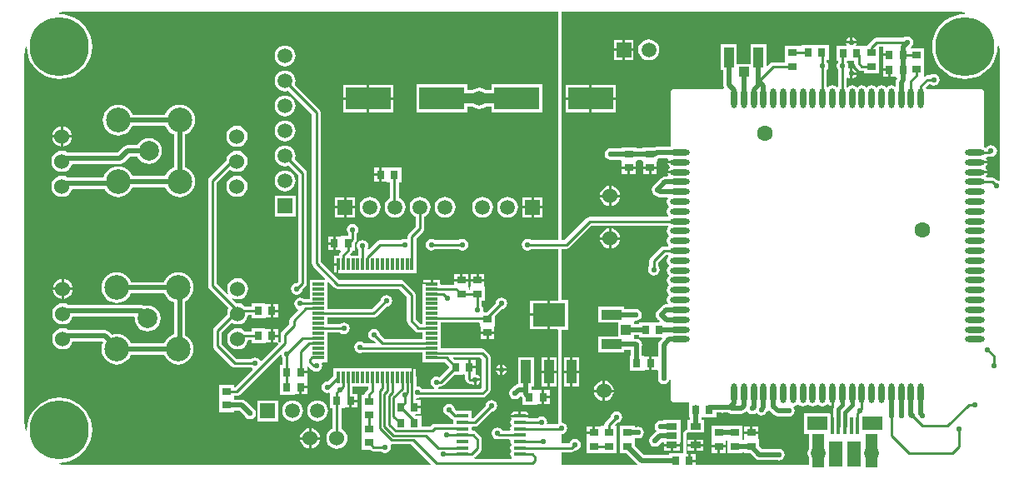
<source format=gtl>
G04 Layer_Physical_Order=1*
G04 Layer_Color=255*
%FSLAX24Y24*%
%MOIN*%
G70*
G01*
G75*
%ADD10R,0.0118X0.0472*%
%ADD11R,0.0472X0.0118*%
%ADD12R,0.0354X0.0315*%
%ADD13C,0.0600*%
%ADD14R,0.0315X0.0354*%
%ADD15O,0.0496X0.0142*%
%ADD16R,0.0496X0.0142*%
%ADD17R,0.1791X0.0906*%
%ADD18R,0.0433X0.0256*%
%ADD19R,0.0512X0.1339*%
%ADD20R,0.0561X0.0984*%
%ADD21R,0.0157X0.0689*%
%ADD22R,0.0394X0.0787*%
%ADD23R,0.0394X0.0394*%
%ADD24R,0.0787X0.0394*%
%ADD25R,0.0394X0.0394*%
%ADD26R,0.0394X0.0945*%
%ADD27R,0.1299X0.0945*%
%ADD28O,0.0787X0.0236*%
%ADD29O,0.0236X0.0787*%
%ADD30C,0.0100*%
%ADD31C,0.0200*%
%ADD32C,0.0400*%
%ADD33C,0.0150*%
%ADD34C,0.0220*%
%ADD35R,0.0591X0.0591*%
%ADD36C,0.0591*%
%ADD37C,0.0630*%
%ADD38C,0.2362*%
%ADD39R,0.0591X0.0591*%
%ADD40C,0.0984*%
%ADD41C,0.0787*%
%ADD42R,0.0787X0.0575*%
%ADD43C,0.0472*%
G36*
X37636Y18317D02*
X37806Y18284D01*
X37800Y18234D01*
X37795Y18234D01*
X37591Y18218D01*
X37392Y18170D01*
X37203Y18092D01*
X37028Y17985D01*
X36872Y17852D01*
X36739Y17696D01*
X36632Y17522D01*
X36554Y17332D01*
X36506Y17133D01*
X36490Y16929D01*
X36506Y16725D01*
X36554Y16526D01*
X36632Y16337D01*
X36739Y16162D01*
X36872Y16006D01*
X37028Y15873D01*
X37203Y15766D01*
X37392Y15688D01*
X37591Y15640D01*
X37795Y15624D01*
X37999Y15640D01*
X38199Y15688D01*
X38388Y15766D01*
X38562Y15873D01*
X38718Y16006D01*
X38851Y16162D01*
X38958Y16337D01*
X39037Y16526D01*
X39084Y16725D01*
X39100Y16929D01*
X39100Y16933D01*
X39150Y16940D01*
X39184Y16770D01*
X39196Y16585D01*
X39197Y16535D01*
X39197Y16535D01*
X39197Y16486D01*
Y11582D01*
X39153Y11558D01*
X39140Y11567D01*
X39063Y11582D01*
X39014Y11632D01*
X38957Y11669D01*
X38891Y11682D01*
X38680D01*
X38661Y11701D01*
X38638Y11746D01*
X38687Y11818D01*
X38694Y11853D01*
X38206D01*
Y11953D01*
X38694D01*
X38687Y11988D01*
X38638Y12060D01*
X38616Y12075D01*
Y12125D01*
X38638Y12139D01*
X38687Y12211D01*
X38694Y12246D01*
X38206D01*
Y12346D01*
X38694D01*
X38687Y12382D01*
X38638Y12454D01*
X38661Y12498D01*
X38680Y12517D01*
X38790D01*
X38802Y12519D01*
X38845Y12511D01*
X38935Y12528D01*
X39011Y12579D01*
X39062Y12655D01*
X39080Y12745D01*
X39062Y12835D01*
X39011Y12911D01*
X38935Y12962D01*
X38845Y12980D01*
X38755Y12962D01*
X38679Y12911D01*
X38648Y12865D01*
X38605Y12894D01*
X38574Y12914D01*
X38572Y12966D01*
X38576Y12985D01*
Y15052D01*
X38563Y15119D01*
X38525Y15175D01*
X38469Y15213D01*
X38402Y15226D01*
X36335D01*
X36316Y15222D01*
X36264Y15224D01*
X36226Y15281D01*
X36372Y15427D01*
X36395D01*
X36460Y15383D01*
X36550Y15365D01*
X36640Y15383D01*
X36716Y15434D01*
X36767Y15510D01*
X36785Y15600D01*
X36767Y15690D01*
X36716Y15766D01*
X36640Y15817D01*
X36550Y15835D01*
X36460Y15817D01*
X36395Y15773D01*
X36300D01*
X36234Y15760D01*
X36191Y15731D01*
X36147Y15760D01*
Y16298D01*
Y16853D01*
X35641D01*
X35620Y16903D01*
X35622Y16905D01*
X35666Y16934D01*
X35717Y17010D01*
X35735Y17100D01*
X35717Y17190D01*
X35666Y17266D01*
X35590Y17317D01*
X35500Y17335D01*
X35410Y17317D01*
X35345Y17273D01*
X34250D01*
X34184Y17260D01*
X34127Y17223D01*
X33927Y17023D01*
X33890Y16966D01*
X33887Y16953D01*
X33753D01*
Y16947D01*
X33461D01*
X33434Y16997D01*
X33448Y17018D01*
X33454Y17050D01*
X33046D01*
X33052Y17018D01*
X33066Y16997D01*
X33039Y16947D01*
X32647D01*
Y16353D01*
X32716D01*
X32726Y16303D01*
X32683Y16240D01*
X32665Y16150D01*
X32683Y16060D01*
X32717Y16010D01*
Y15320D01*
X32675Y15305D01*
X32673Y15305D01*
X32662Y15307D01*
X32590Y15355D01*
X32497Y15374D01*
X32404Y15355D01*
X32332Y15307D01*
X32319Y15304D01*
X32292Y15321D01*
X32273Y15341D01*
Y15995D01*
X32317Y16060D01*
X32335Y16150D01*
X32317Y16240D01*
X32273Y16305D01*
Y16403D01*
X32353D01*
Y16997D01*
X31247D01*
Y16954D01*
X31197Y16953D01*
Y16953D01*
X30603D01*
Y16298D01*
X30124D01*
X30058Y16285D01*
X30002Y16247D01*
X29904Y16149D01*
X29857Y16168D01*
Y17014D01*
X29224D01*
Y16226D01*
X28676D01*
Y17014D01*
X28043D01*
Y15986D01*
X28135D01*
Y15601D01*
X28125Y15550D01*
X28135Y15499D01*
Y15391D01*
X28152Y15305D01*
X28172Y15276D01*
X28145Y15226D01*
X26198D01*
X26131Y15213D01*
X26075Y15175D01*
X26037Y15119D01*
X26024Y15052D01*
Y12985D01*
X26028Y12966D01*
X26028Y12963D01*
X25987Y12914D01*
X25465D01*
X25407Y12903D01*
X24903D01*
Y12850D01*
X24647D01*
Y12903D01*
X24053D01*
Y12850D01*
X23676D01*
X23624Y12860D01*
X23535Y12842D01*
X23459Y12791D01*
X23408Y12715D01*
X23390Y12626D01*
X23408Y12536D01*
X23459Y12460D01*
X23535Y12409D01*
X23624Y12391D01*
X23676Y12401D01*
X24017D01*
X24053Y12366D01*
Y12348D01*
X24073Y12306D01*
Y12124D01*
X24350D01*
X24627D01*
Y12306D01*
X24647Y12348D01*
Y12366D01*
X24683Y12401D01*
X24867D01*
X24903Y12366D01*
Y12348D01*
X24923Y12306D01*
Y12124D01*
X25200D01*
X25477D01*
Y12306D01*
X25497Y12348D01*
X25497Y12374D01*
Y12426D01*
X25557Y12466D01*
X25910D01*
X25936Y12416D01*
X25913Y12382D01*
X25906Y12346D01*
X26394D01*
Y12246D01*
X25906D01*
X25913Y12211D01*
X25962Y12139D01*
X25984Y12125D01*
Y12075D01*
X25962Y12060D01*
X25913Y11988D01*
X25906Y11953D01*
X26394D01*
Y11853D01*
X25906D01*
X25913Y11818D01*
X25936Y11783D01*
X25910Y11733D01*
X25809D01*
X25723Y11716D01*
X25650Y11668D01*
X25378Y11395D01*
X25334Y11366D01*
X25283Y11290D01*
X25265Y11200D01*
X25283Y11110D01*
X25334Y11034D01*
X25378Y11005D01*
X25426Y10957D01*
X25499Y10908D01*
X25585Y10891D01*
X25893D01*
X25916Y10847D01*
X25895Y10815D01*
X25876Y10722D01*
X25895Y10629D01*
X25943Y10557D01*
X25947Y10535D01*
Y10515D01*
X25943Y10493D01*
X25895Y10421D01*
X25876Y10328D01*
X25895Y10235D01*
X25946Y10158D01*
X25945Y10149D01*
X25930Y10108D01*
X22784D01*
X22718Y10094D01*
X22662Y10057D01*
X21778Y9173D01*
X21650D01*
Y18331D01*
X37402D01*
X37410Y18332D01*
X37636Y18317D01*
D02*
G37*
G36*
X34517Y16877D02*
X34517Y16877D01*
Y16650D01*
X34774D01*
Y16550D01*
X34517D01*
Y16327D01*
X34517Y16323D01*
Y16277D01*
X34517Y16273D01*
Y16050D01*
X34774D01*
Y16000D01*
X34824D01*
Y15723D01*
X35006D01*
X35048Y15703D01*
X35065D01*
X35079Y15682D01*
X35088Y15653D01*
X35046Y15589D01*
X35028Y15503D01*
Y15357D01*
X34984Y15334D01*
X34952Y15355D01*
X34859Y15374D01*
X34766Y15355D01*
X34694Y15307D01*
X34672Y15302D01*
X34652D01*
X34630Y15307D01*
X34558Y15355D01*
X34465Y15374D01*
X34372Y15355D01*
X34300Y15307D01*
X34279Y15302D01*
X34258D01*
X34237Y15307D01*
X34165Y15355D01*
X34072Y15374D01*
X33979Y15355D01*
X33907Y15307D01*
X33885Y15302D01*
X33865D01*
X33843Y15307D01*
X33771Y15355D01*
X33678Y15374D01*
X33585Y15355D01*
X33513Y15307D01*
X33491Y15302D01*
X33471D01*
X33449Y15307D01*
X33377Y15355D01*
X33284Y15374D01*
X33191Y15355D01*
X33119Y15307D01*
X33108Y15305D01*
X33106Y15305D01*
X33064Y15320D01*
Y15667D01*
X33114Y15688D01*
X33168Y15652D01*
X33200Y15646D01*
Y15850D01*
Y16054D01*
X33168Y16048D01*
X33161Y16043D01*
X33120Y16076D01*
X33135Y16150D01*
X33117Y16240D01*
X33075Y16303D01*
X33084Y16353D01*
X33377D01*
Y16250D01*
X33390Y16184D01*
X33427Y16127D01*
X33553Y16002D01*
X33609Y15964D01*
X33676Y15951D01*
X33753D01*
Y15847D01*
X34347D01*
Y16398D01*
Y16927D01*
X34516D01*
X34517Y16877D01*
D02*
G37*
G36*
X21528Y9173D02*
X20455D01*
X20390Y9217D01*
X20300Y9235D01*
X20210Y9217D01*
X20134Y9166D01*
X20083Y9090D01*
X20065Y9000D01*
X20083Y8910D01*
X20134Y8834D01*
X20210Y8783D01*
X20300Y8765D01*
X20390Y8783D01*
X20455Y8827D01*
X21528D01*
Y6784D01*
X21511Y6764D01*
X21200D01*
Y6192D01*
Y5619D01*
X21511D01*
X21528Y5599D01*
Y1885D01*
X21530Y1873D01*
Y1861D01*
X21535Y1850D01*
X21484Y1816D01*
X21481Y1812D01*
X21106D01*
X21075Y1850D01*
X21085Y1900D01*
X21067Y1990D01*
X21016Y2066D01*
X20940Y2117D01*
X20850Y2135D01*
X20760Y2117D01*
X20687Y2067D01*
X20367D01*
X20342Y2100D01*
X19642D01*
X19645Y2083D01*
X19671Y2045D01*
X19669Y2032D01*
X19627Y1969D01*
X19612Y1894D01*
X19627Y1820D01*
X19662Y1766D01*
X19627Y1713D01*
X19612Y1638D01*
X19618Y1606D01*
X19577Y1556D01*
X19306D01*
X19266Y1616D01*
X19190Y1667D01*
X19100Y1685D01*
X19010Y1667D01*
X18934Y1616D01*
X18883Y1540D01*
X18865Y1450D01*
X18883Y1360D01*
X18934Y1284D01*
X19010Y1233D01*
X19100Y1215D01*
X19117Y1219D01*
X19168Y1209D01*
X19577D01*
X19618Y1159D01*
X19612Y1126D01*
X19627Y1052D01*
X19662Y998D01*
X19627Y945D01*
X19612Y870D01*
X19627Y796D01*
X19662Y743D01*
X19627Y689D01*
X19612Y615D01*
X19627Y540D01*
X19669Y477D01*
X19674Y473D01*
X19659Y423D01*
X18182D01*
X18166Y473D01*
X18194Y492D01*
X18423Y720D01*
X18460Y776D01*
X18473Y843D01*
Y1200D01*
X18460Y1266D01*
X18423Y1323D01*
X18240Y1505D01*
X18184Y1542D01*
X18118Y1556D01*
X18106D01*
X18065Y1606D01*
X18072Y1638D01*
X18065Y1671D01*
X18106Y1721D01*
X18194D01*
X18260Y1734D01*
X18317Y1772D01*
X18863Y2318D01*
X18940Y2333D01*
X19016Y2384D01*
X19067Y2460D01*
X19085Y2550D01*
X19067Y2640D01*
X19016Y2716D01*
X18940Y2767D01*
X18850Y2785D01*
X18760Y2767D01*
X18684Y2716D01*
X18633Y2640D01*
X18618Y2563D01*
X18122Y2067D01*
X18068D01*
Y2341D01*
X17454D01*
X17382Y2413D01*
X17367Y2490D01*
X17316Y2566D01*
X17240Y2617D01*
X17150Y2635D01*
X17060Y2617D01*
X16984Y2566D01*
X16933Y2490D01*
X16915Y2400D01*
X16933Y2310D01*
X16984Y2234D01*
X17060Y2183D01*
X17137Y2168D01*
X17277Y2027D01*
X17315Y2002D01*
X17332Y1959D01*
X17332Y1911D01*
X17328Y1894D01*
X17335Y1862D01*
X17303Y1823D01*
X16600D01*
X16534Y1810D01*
X16477Y1773D01*
X16421Y1716D01*
X16053D01*
Y2147D01*
X15829D01*
X15806Y2175D01*
X15827Y2223D01*
X16033D01*
Y2450D01*
X15776D01*
Y2550D01*
X16033D01*
Y2777D01*
X15846D01*
Y2837D01*
X15885Y2869D01*
X15900Y2865D01*
X15990Y2883D01*
X15995Y2887D01*
X18510D01*
X18576Y2900D01*
X18633Y2937D01*
X18773Y3077D01*
X18810Y3134D01*
X18823Y3200D01*
Y4500D01*
X18810Y4566D01*
X18773Y4623D01*
X18602Y4793D01*
X18546Y4831D01*
X18480Y4844D01*
X16820D01*
Y5082D01*
Y5476D01*
Y5875D01*
X18367D01*
X18403Y5840D01*
X18403Y5748D01*
X18423Y5706D01*
Y5524D01*
X18977D01*
Y5706D01*
X18997Y5748D01*
X18997Y5774D01*
Y6152D01*
X19263Y6418D01*
X19340Y6433D01*
X19416Y6484D01*
X19467Y6560D01*
X19485Y6650D01*
X19467Y6740D01*
X19416Y6816D01*
X19340Y6867D01*
X19250Y6885D01*
X19160Y6867D01*
X19084Y6816D01*
X19033Y6740D01*
X19018Y6663D01*
X18658Y6303D01*
X18566D01*
X18525Y6353D01*
X18535Y6400D01*
X18517Y6490D01*
X18473Y6555D01*
Y6747D01*
X18597D01*
X18597Y7302D01*
X18577Y7344D01*
Y7526D01*
X18300D01*
X18023D01*
Y7344D01*
X18003Y7302D01*
X18003Y7276D01*
Y7198D01*
X17947D01*
Y7302D01*
X17947D01*
X17927Y7318D01*
Y7526D01*
X17650D01*
X17373D01*
Y7403D01*
X16820D01*
Y7409D01*
X16800D01*
Y7585D01*
X16514D01*
Y7426D01*
X16464D01*
Y7409D01*
X16128D01*
Y7409D01*
X16108D01*
Y7050D01*
Y6657D01*
Y6263D01*
Y5828D01*
X16017D01*
X15823Y6022D01*
Y7000D01*
X15810Y7066D01*
X15773Y7123D01*
X15373Y7523D01*
X15316Y7560D01*
X15250Y7573D01*
X12772D01*
X12023Y8322D01*
Y14300D01*
X12010Y14366D01*
X11973Y14423D01*
X10990Y15405D01*
X11005Y15442D01*
X11019Y15550D01*
X11005Y15658D01*
X10963Y15759D01*
X10896Y15846D01*
X10809Y15913D01*
X10708Y15955D01*
X10600Y15969D01*
X10492Y15955D01*
X10391Y15913D01*
X10304Y15846D01*
X10237Y15759D01*
X10195Y15658D01*
X10181Y15550D01*
X10195Y15442D01*
X10237Y15341D01*
X10304Y15254D01*
X10391Y15187D01*
X10492Y15145D01*
X10600Y15131D01*
X10708Y15145D01*
X10745Y15160D01*
X11677Y14228D01*
Y8250D01*
X11690Y8184D01*
X11727Y8127D01*
X12203Y7652D01*
X12184Y7605D01*
X11580D01*
Y7247D01*
Y6812D01*
X11366D01*
X11301Y6856D01*
X11211Y6873D01*
X11121Y6856D01*
X11045Y6805D01*
X10994Y6729D01*
X10977Y6639D01*
X10994Y6549D01*
X11045Y6473D01*
X11112Y6428D01*
X11129Y6374D01*
X10827Y6073D01*
X10790Y6016D01*
X10777Y5950D01*
Y5822D01*
X10477Y5523D01*
X10440Y5466D01*
X10427Y5400D01*
Y5122D01*
X10383Y5078D01*
X10333Y5099D01*
X10333Y5112D01*
Y5300D01*
X10126D01*
Y5073D01*
X10294D01*
X10307Y5073D01*
X10316Y5052D01*
X10328Y5023D01*
X9661Y4356D01*
X9600Y4365D01*
X9566Y4416D01*
X9490Y4467D01*
X9400Y4485D01*
X9310Y4467D01*
X9245Y4423D01*
X8672D01*
X8073Y5022D01*
Y5478D01*
X8474Y5879D01*
X8491Y5865D01*
X8594Y5823D01*
X8703Y5808D01*
X8813Y5823D01*
X8915Y5865D01*
X9003Y5932D01*
X9070Y6020D01*
X9112Y6122D01*
X9119Y6177D01*
X9247D01*
Y6053D01*
X9802Y6053D01*
X9844Y6073D01*
X10026D01*
Y6350D01*
Y6627D01*
X9844D01*
X9802Y6647D01*
X9776Y6647D01*
X9247D01*
Y6523D01*
X9009D01*
X9003Y6531D01*
X8915Y6599D01*
X8813Y6641D01*
X8703Y6656D01*
X8647Y6648D01*
X8479Y6816D01*
X8508Y6858D01*
X8594Y6823D01*
X8703Y6808D01*
X8813Y6823D01*
X8915Y6865D01*
X9003Y6932D01*
X9070Y7020D01*
X9112Y7122D01*
X9127Y7232D01*
X9112Y7342D01*
X9070Y7444D01*
X9003Y7531D01*
X8915Y7599D01*
X8813Y7641D01*
X8703Y7656D01*
X8594Y7641D01*
X8491Y7599D01*
X8404Y7531D01*
X8336Y7444D01*
X8294Y7342D01*
X8280Y7232D01*
X8294Y7122D01*
X8330Y7036D01*
X8287Y7008D01*
X7873Y7422D01*
Y11478D01*
X8407Y12011D01*
X8467Y11965D01*
X8569Y11923D01*
X8679Y11908D01*
X8788Y11923D01*
X8891Y11965D01*
X8978Y12032D01*
X9046Y12120D01*
X9088Y12222D01*
X9102Y12332D01*
X9088Y12442D01*
X9046Y12544D01*
X8978Y12631D01*
X8891Y12699D01*
X8788Y12741D01*
X8679Y12756D01*
X8569Y12741D01*
X8467Y12699D01*
X8379Y12631D01*
X8312Y12544D01*
X8270Y12442D01*
X8258Y12353D01*
X7577Y11673D01*
X7540Y11616D01*
X7527Y11550D01*
Y7350D01*
X7540Y7284D01*
X7577Y7227D01*
X8347Y6458D01*
X8336Y6444D01*
X8294Y6342D01*
X8280Y6232D01*
X8286Y6181D01*
X7777Y5673D01*
X7740Y5616D01*
X7727Y5550D01*
Y4950D01*
X7740Y4884D01*
X7777Y4827D01*
X8477Y4127D01*
X8477Y4127D01*
X8534Y4090D01*
X8600Y4077D01*
X9245D01*
X9285Y4050D01*
X9294Y3989D01*
X8604Y3299D01*
X8547D01*
Y3403D01*
X7953D01*
Y2848D01*
Y2297D01*
X8547D01*
Y2350D01*
X8783D01*
X9005Y2128D01*
X9034Y2084D01*
X9110Y2033D01*
X9200Y2015D01*
X9290Y2033D01*
X9366Y2084D01*
X9417Y2160D01*
X9435Y2250D01*
X9417Y2340D01*
X9366Y2416D01*
X9322Y2445D01*
X9034Y2733D01*
X8961Y2782D01*
X8876Y2799D01*
X8547D01*
Y2952D01*
X8676D01*
X8742Y2965D01*
X8798Y3003D01*
X10394Y4599D01*
X10448Y4582D01*
X10458Y4535D01*
X10501Y4470D01*
Y4197D01*
X10397D01*
Y3603D01*
X10397D01*
Y3597D01*
X10397D01*
Y3003D01*
X10952Y3003D01*
X10994Y3023D01*
X11176D01*
Y3300D01*
X11226D01*
Y3350D01*
X11483D01*
Y3573D01*
X11483Y3577D01*
Y3623D01*
X11483Y3627D01*
Y3850D01*
X11226D01*
Y3950D01*
X11483D01*
Y4106D01*
X11529Y4126D01*
X11627Y4027D01*
X11678Y3994D01*
X11684Y3984D01*
X11760Y3933D01*
X11850Y3915D01*
X11940Y3933D01*
X12016Y3984D01*
X12067Y4060D01*
X12085Y4150D01*
X12067Y4240D01*
X12059Y4250D01*
X12083Y4295D01*
X12292D01*
Y4688D01*
Y5046D01*
X12292D01*
Y5082D01*
X12292D01*
Y5481D01*
X12800D01*
X12865Y5438D01*
X12955Y5420D01*
X13044Y5438D01*
X13121Y5489D01*
X13171Y5565D01*
X13189Y5655D01*
X13171Y5744D01*
X13121Y5821D01*
X13044Y5871D01*
X12955Y5889D01*
X12865Y5871D01*
X12800Y5828D01*
X12292D01*
Y6072D01*
X14145D01*
X14212Y6085D01*
X14268Y6123D01*
X14663Y6518D01*
X14740Y6533D01*
X14816Y6584D01*
X14867Y6660D01*
X14885Y6750D01*
X14867Y6840D01*
X14816Y6916D01*
X14740Y6967D01*
X14650Y6985D01*
X14560Y6967D01*
X14484Y6916D01*
X14433Y6840D01*
X14418Y6763D01*
X14073Y6419D01*
X12292D01*
Y6657D01*
Y7050D01*
Y7497D01*
X12339Y7516D01*
X12577Y7277D01*
X12577Y7277D01*
X12634Y7240D01*
X12700Y7227D01*
X12700Y7227D01*
X15178D01*
X15477Y6928D01*
Y5950D01*
X15490Y5884D01*
X15527Y5827D01*
X15823Y5532D01*
X15879Y5495D01*
X15945Y5481D01*
X16108D01*
Y5238D01*
X14558D01*
X14382Y5413D01*
X14367Y5490D01*
X14316Y5566D01*
X14240Y5617D01*
X14150Y5635D01*
X14060Y5617D01*
X13984Y5566D01*
X13933Y5490D01*
X13915Y5400D01*
X13933Y5310D01*
X13984Y5234D01*
X14060Y5183D01*
X14137Y5168D01*
X14218Y5087D01*
X14199Y5041D01*
X13783D01*
X13766Y5066D01*
X13690Y5117D01*
X13600Y5135D01*
X13510Y5117D01*
X13434Y5066D01*
X13383Y4990D01*
X13365Y4900D01*
X13383Y4810D01*
X13434Y4734D01*
X13510Y4683D01*
X13600Y4665D01*
X13690Y4683D01*
X13706Y4694D01*
X16108D01*
Y4295D01*
X16820D01*
Y4300D01*
X16979D01*
X17147Y4132D01*
Y4068D01*
X16773Y3694D01*
X16740Y3717D01*
X16650Y3735D01*
X16560Y3717D01*
X16484Y3666D01*
X16433Y3590D01*
X16415Y3500D01*
X16433Y3410D01*
X16484Y3334D01*
X16560Y3283D01*
X16560Y3283D01*
X16555Y3233D01*
X16088D01*
X16066Y3266D01*
X15990Y3317D01*
X15900Y3335D01*
X15888Y3332D01*
X15850Y3364D01*
Y3686D01*
X15837Y3753D01*
X15835Y3754D01*
Y4022D01*
X15726D01*
Y3686D01*
X15659D01*
Y4022D01*
X15659D01*
Y4042D01*
X13135D01*
Y4042D01*
X13100D01*
Y4042D01*
X12545D01*
Y3752D01*
X12321Y3529D01*
X12294Y3535D01*
X12204Y3517D01*
X12128Y3466D01*
X12077Y3390D01*
X12059Y3300D01*
X12077Y3210D01*
X12128Y3134D01*
X12204Y3083D01*
X12294Y3065D01*
X12360Y3079D01*
X12397Y3037D01*
Y2453D01*
X12501D01*
Y1633D01*
X12463Y1617D01*
X12375Y1550D01*
X12308Y1462D01*
X12265Y1360D01*
X12251Y1250D01*
X12265Y1140D01*
X12308Y1038D01*
X12375Y950D01*
X12463Y883D01*
X12565Y841D01*
X12674Y826D01*
X12784Y841D01*
X12886Y883D01*
X12974Y950D01*
X13041Y1038D01*
X13084Y1140D01*
X13098Y1250D01*
X13084Y1360D01*
X13041Y1462D01*
X12974Y1550D01*
X12886Y1617D01*
X12848Y1633D01*
Y2453D01*
X12952D01*
X12952Y2453D01*
X12952Y2453D01*
X12994Y2473D01*
X13176D01*
Y2750D01*
X13226D01*
Y2800D01*
X13483D01*
Y3027D01*
X13291D01*
Y3330D01*
X13928D01*
Y3223D01*
X13827Y3123D01*
X13790Y3066D01*
X13777Y3003D01*
X13653D01*
Y2448D01*
Y1897D01*
X13653D01*
Y1348D01*
Y797D01*
X13982D01*
X14002Y777D01*
X14058Y740D01*
X14124Y727D01*
X14124Y727D01*
X14445D01*
X14510Y683D01*
X14600Y665D01*
X14690Y683D01*
X14766Y734D01*
X14817Y810D01*
X14835Y900D01*
X14821Y967D01*
X14857Y1009D01*
X14860Y1010D01*
X14864Y1010D01*
X14864Y1010D01*
X15645D01*
X16435Y220D01*
X16416Y173D01*
X1969D01*
X1960Y172D01*
X1734Y187D01*
X1564Y220D01*
X1570Y270D01*
X1575Y270D01*
X1779Y286D01*
X1978Y334D01*
X2167Y412D01*
X2342Y519D01*
X2498Y652D01*
X2631Y808D01*
X2738Y982D01*
X2816Y1172D01*
X2864Y1371D01*
X2880Y1575D01*
X2864Y1779D01*
X2816Y1978D01*
X2738Y2167D01*
X2631Y2342D01*
X2498Y2498D01*
X2342Y2631D01*
X2167Y2738D01*
X1978Y2816D01*
X1779Y2864D01*
X1575Y2880D01*
X1371Y2864D01*
X1172Y2816D01*
X982Y2738D01*
X808Y2631D01*
X652Y2498D01*
X519Y2342D01*
X412Y2167D01*
X334Y1978D01*
X286Y1779D01*
X270Y1575D01*
X270Y1570D01*
X220Y1564D01*
X187Y1734D01*
X174Y1919D01*
X173Y1969D01*
X173Y1969D01*
X173Y2018D01*
Y16535D01*
X172Y16544D01*
X187Y16770D01*
X220Y16940D01*
X270Y16933D01*
X270Y16929D01*
X286Y16725D01*
X334Y16526D01*
X412Y16337D01*
X519Y16162D01*
X652Y16006D01*
X808Y15873D01*
X982Y15766D01*
X1172Y15688D01*
X1371Y15640D01*
X1575Y15624D01*
X1779Y15640D01*
X1978Y15688D01*
X2167Y15766D01*
X2342Y15873D01*
X2498Y16006D01*
X2631Y16162D01*
X2738Y16337D01*
X2816Y16526D01*
X2864Y16725D01*
X2880Y16929D01*
X2864Y17133D01*
X2816Y17332D01*
X2738Y17522D01*
X2631Y17696D01*
X2498Y17852D01*
X2342Y17985D01*
X2167Y18092D01*
X1978Y18170D01*
X1779Y18218D01*
X1575Y18234D01*
X1570Y18234D01*
X1564Y18284D01*
X1734Y18317D01*
X1919Y18330D01*
X1969Y18331D01*
Y18331D01*
X1969Y18331D01*
X21528D01*
Y9173D01*
D02*
G37*
G36*
X25945Y9719D02*
X25946Y9711D01*
X25895Y9633D01*
X25876Y9541D01*
X25895Y9448D01*
X25943Y9376D01*
X25947Y9354D01*
Y9334D01*
X25943Y9312D01*
X25895Y9240D01*
X25876Y9147D01*
X25895Y9054D01*
X25946Y8976D01*
X25945Y8968D01*
X25930Y8926D01*
X25753D01*
X25687Y8913D01*
X25631Y8876D01*
X25227Y8473D01*
X25190Y8416D01*
X25177Y8350D01*
Y8155D01*
X25133Y8090D01*
X25115Y8000D01*
X25133Y7910D01*
X25184Y7834D01*
X25260Y7783D01*
X25350Y7765D01*
X25440Y7783D01*
X25516Y7834D01*
X25567Y7910D01*
X25585Y8000D01*
X25567Y8090D01*
X25523Y8155D01*
Y8278D01*
X25825Y8580D01*
X25930D01*
X25945Y8538D01*
X25946Y8530D01*
X25895Y8452D01*
X25876Y8359D01*
X25895Y8267D01*
X25943Y8195D01*
X25947Y8173D01*
Y8153D01*
X25943Y8131D01*
X25895Y8059D01*
X25876Y7966D01*
X25895Y7873D01*
X25943Y7801D01*
X25947Y7779D01*
Y7759D01*
X25943Y7737D01*
X25895Y7665D01*
X25876Y7572D01*
X25895Y7479D01*
X25943Y7407D01*
X25947Y7385D01*
Y7365D01*
X25943Y7343D01*
X25895Y7271D01*
X25876Y7178D01*
X25895Y7085D01*
X25943Y7013D01*
X25947Y6992D01*
Y6971D01*
X25943Y6950D01*
X25895Y6878D01*
X25876Y6785D01*
X25895Y6692D01*
X25916Y6659D01*
X25893Y6615D01*
X25841D01*
X25755Y6598D01*
X25682Y6550D01*
X25528Y6395D01*
X25484Y6366D01*
X25433Y6290D01*
X25415Y6200D01*
X25433Y6110D01*
X25484Y6034D01*
X25528Y6005D01*
X25589Y5943D01*
X25570Y5897D01*
X24747D01*
Y5824D01*
X24557D01*
Y5917D01*
X24557D01*
X24558Y5932D01*
X24609Y5962D01*
X24641Y5956D01*
X24730Y5974D01*
X24806Y6025D01*
X24857Y6101D01*
X24875Y6191D01*
X24857Y6280D01*
X24806Y6356D01*
X24730Y6407D01*
X24641Y6425D01*
X24589Y6415D01*
X24164D01*
Y6507D01*
X23136D01*
Y5874D01*
X23924D01*
Y5326D01*
X23136D01*
Y4693D01*
X24164D01*
Y4785D01*
X24426D01*
Y4547D01*
X24397D01*
Y3953D01*
X24952Y3953D01*
X24994Y3973D01*
X25176D01*
Y4250D01*
Y4527D01*
X24994D01*
X24952Y4547D01*
X24926Y4547D01*
X24874D01*
Y4949D01*
X24885Y5000D01*
X24867Y5090D01*
X24816Y5166D01*
X24740Y5217D01*
X24650Y5235D01*
X24643Y5233D01*
X24641Y5234D01*
X24559D01*
X24557Y5283D01*
X24557D01*
Y5376D01*
X24747D01*
Y5303D01*
X25670D01*
X25689Y5257D01*
X25591Y5159D01*
X25543Y5086D01*
X25526Y5000D01*
Y4545D01*
X25483Y4527D01*
X25476Y4527D01*
X25276D01*
Y4250D01*
Y3973D01*
X25476D01*
X25483Y3973D01*
X25526Y3955D01*
Y3701D01*
X25515Y3650D01*
X25533Y3560D01*
X25584Y3484D01*
X25660Y3433D01*
X25750Y3415D01*
X25840Y3433D01*
X25916Y3484D01*
X25967Y3560D01*
X25974Y3599D01*
X26024Y3594D01*
Y2848D01*
X26037Y2781D01*
X26075Y2725D01*
X26131Y2688D01*
X26198Y2674D01*
X26747D01*
Y2103D01*
X26800D01*
Y1972D01*
X26686D01*
Y1598D01*
X26664Y1594D01*
X26642Y1590D01*
X26641Y1589D01*
X26639Y1589D01*
X26621Y1577D01*
X26602Y1565D01*
X26566Y1531D01*
X26565Y1529D01*
X26563Y1529D01*
X26551Y1510D01*
X26538Y1492D01*
X26538Y1490D01*
X26537Y1489D01*
X26533Y1467D01*
X26528Y1445D01*
X26528Y1444D01*
X26528Y1442D01*
Y647D01*
X25947D01*
Y574D01*
X24967D01*
X24597Y944D01*
Y1251D01*
X24673D01*
X24724Y1241D01*
X24814Y1259D01*
X24890Y1310D01*
X24941Y1386D01*
X24959Y1476D01*
X24941Y1565D01*
X24890Y1641D01*
X24814Y1692D01*
X24724Y1710D01*
X24673Y1700D01*
X24597D01*
Y1753D01*
X24003D01*
Y1198D01*
Y647D01*
X24260D01*
X24684Y223D01*
X24663Y173D01*
X21650D01*
Y697D01*
X22070D01*
X22137Y710D01*
X22193Y748D01*
X22213Y768D01*
X22290Y783D01*
X22366Y834D01*
X22417Y910D01*
X22435Y1000D01*
X22417Y1090D01*
X22366Y1166D01*
X22290Y1217D01*
X22200Y1235D01*
X22110Y1217D01*
X22034Y1166D01*
X21983Y1090D01*
X21974Y1044D01*
X21650D01*
Y1415D01*
X21740Y1433D01*
X21816Y1484D01*
X21867Y1560D01*
X21885Y1650D01*
X21867Y1740D01*
X21816Y1816D01*
X21740Y1867D01*
X21650Y1885D01*
Y5599D01*
X21920D01*
Y6784D01*
X21650D01*
Y8827D01*
X21850D01*
X21916Y8840D01*
X21973Y8877D01*
X22856Y9761D01*
X25930D01*
X25945Y9719D01*
D02*
G37*
G36*
X18477Y4428D02*
Y3272D01*
X18438Y3233D01*
X16745D01*
X16740Y3283D01*
X16740Y3283D01*
X16805Y3327D01*
X16824D01*
X16891Y3340D01*
X16947Y3377D01*
X17372Y3803D01*
X17702Y3803D01*
X17744Y3823D01*
X17767D01*
X17802Y3787D01*
Y3624D01*
X17815Y3558D01*
X17853Y3502D01*
X17877Y3477D01*
X17877Y3477D01*
X17934Y3440D01*
X18000Y3427D01*
X18000Y3427D01*
X18081D01*
X18118Y3402D01*
X18150Y3396D01*
Y3600D01*
X18200D01*
Y3650D01*
X18404D01*
X18398Y3682D01*
X18351Y3751D01*
X18282Y3798D01*
X18273Y3800D01*
X18233Y3823D01*
X18233Y3848D01*
Y4050D01*
X17976D01*
Y4100D01*
X17926D01*
Y4377D01*
X17744D01*
X17702Y4397D01*
X17676Y4397D01*
X17372D01*
X17319Y4451D01*
X17338Y4497D01*
X18408D01*
X18477Y4428D01*
D02*
G37*
G36*
X32547Y2532D02*
X32563Y2509D01*
X32560Y2505D01*
X32545Y2429D01*
Y2207D01*
X32538D01*
Y1762D01*
X32438D01*
Y2207D01*
X32401D01*
Y2250D01*
X31374D01*
Y1436D01*
X31551D01*
Y828D01*
X31523Y758D01*
X31508Y650D01*
X31523Y542D01*
X31551Y472D01*
Y173D01*
X27033D01*
Y300D01*
X26776D01*
Y350D01*
X26726D01*
Y627D01*
X26650D01*
Y1442D01*
X26686Y1476D01*
X27359D01*
Y1972D01*
X27249D01*
Y2103D01*
X27853D01*
Y2276D01*
X28049D01*
X28100Y2265D01*
X28151Y2276D01*
X28315D01*
X28364Y2243D01*
X28450Y2226D01*
X28850D01*
X28936Y2243D01*
X29009Y2291D01*
X29045Y2328D01*
X29109Y2321D01*
X29134Y2284D01*
X29210Y2233D01*
X29300Y2215D01*
X29390Y2233D01*
X29455Y2277D01*
X29484Y2234D01*
X29560Y2183D01*
X29650Y2165D01*
X29740Y2183D01*
X29816Y2234D01*
X29845Y2278D01*
X29900Y2332D01*
X29922Y2366D01*
X29950Y2371D01*
X29984Y2368D01*
X30161Y2191D01*
X30233Y2143D01*
X30319Y2126D01*
X30699D01*
X30750Y2115D01*
X30840Y2133D01*
X30916Y2184D01*
X30967Y2260D01*
X30985Y2350D01*
X30967Y2440D01*
X30941Y2479D01*
X30964Y2534D01*
X31015Y2545D01*
X31094Y2597D01*
X31094Y2598D01*
X31144D01*
X31144Y2597D01*
X31223Y2545D01*
X31316Y2526D01*
X31409Y2545D01*
X31487Y2597D01*
X31488Y2598D01*
X31538D01*
X31538Y2597D01*
X31617Y2545D01*
X31709Y2526D01*
X31802Y2545D01*
X31881Y2597D01*
X31881Y2598D01*
X31931D01*
X31931Y2597D01*
X32010Y2545D01*
X32103Y2526D01*
X32196Y2545D01*
X32275Y2597D01*
X32282Y2608D01*
X32340Y2612D01*
X32412Y2563D01*
X32447Y2556D01*
Y3044D01*
X32547D01*
Y2532D01*
D02*
G37*
%LPC*%
G36*
X33300Y17304D02*
Y17150D01*
X33454D01*
X33448Y17182D01*
X33401Y17251D01*
X33332Y17298D01*
X33300Y17304D01*
D02*
G37*
G36*
X33200D02*
X33168Y17298D01*
X33099Y17251D01*
X33052Y17182D01*
X33046Y17150D01*
X33200D01*
Y17304D01*
D02*
G37*
G36*
X24545Y17195D02*
X24200D01*
Y16850D01*
X24545D01*
Y17195D01*
D02*
G37*
G36*
X24100D02*
X23755D01*
Y16850D01*
X24100D01*
Y17195D01*
D02*
G37*
G36*
X24545Y16750D02*
X24200D01*
Y16405D01*
X24545D01*
Y16750D01*
D02*
G37*
G36*
X24100D02*
X23755D01*
Y16405D01*
X24100D01*
Y16750D01*
D02*
G37*
G36*
X25150Y17219D02*
X25042Y17205D01*
X24941Y17163D01*
X24854Y17096D01*
X24787Y17009D01*
X24745Y16908D01*
X24731Y16800D01*
X24745Y16692D01*
X24787Y16591D01*
X24854Y16504D01*
X24941Y16437D01*
X25042Y16395D01*
X25150Y16381D01*
X25258Y16395D01*
X25359Y16437D01*
X25446Y16504D01*
X25513Y16591D01*
X25555Y16692D01*
X25569Y16800D01*
X25555Y16908D01*
X25513Y17009D01*
X25446Y17096D01*
X25359Y17163D01*
X25258Y17205D01*
X25150Y17219D01*
D02*
G37*
G36*
X23822Y15403D02*
X22876D01*
Y14900D01*
X23822D01*
Y15403D01*
D02*
G37*
G36*
X22776D02*
X21831D01*
Y14900D01*
X22776D01*
Y15403D01*
D02*
G37*
G36*
X23822Y14800D02*
X22876D01*
Y14297D01*
X23822D01*
Y14800D01*
D02*
G37*
G36*
X22776D02*
X21831D01*
Y14297D01*
X22776D01*
Y14800D01*
D02*
G37*
G36*
X25477Y12024D02*
X25250D01*
Y11817D01*
X25477D01*
Y12024D01*
D02*
G37*
G36*
X25150D02*
X24923D01*
Y11817D01*
X25150D01*
Y12024D01*
D02*
G37*
G36*
X24627D02*
X24400D01*
Y11817D01*
X24627D01*
Y12024D01*
D02*
G37*
G36*
X24300D02*
X24073D01*
Y11817D01*
X24300D01*
Y12024D01*
D02*
G37*
G36*
X23650Y11347D02*
Y11000D01*
X23997D01*
X23990Y11054D01*
X23949Y11152D01*
X23885Y11235D01*
X23802Y11299D01*
X23704Y11340D01*
X23650Y11347D01*
D02*
G37*
G36*
X23550D02*
X23496Y11340D01*
X23398Y11299D01*
X23315Y11235D01*
X23251Y11152D01*
X23210Y11054D01*
X23203Y11000D01*
X23550D01*
Y11347D01*
D02*
G37*
G36*
X23997Y10900D02*
X23650D01*
Y10553D01*
X23704Y10560D01*
X23802Y10601D01*
X23885Y10665D01*
X23949Y10748D01*
X23990Y10846D01*
X23997Y10900D01*
D02*
G37*
G36*
X23550D02*
X23203D01*
X23210Y10846D01*
X23251Y10748D01*
X23315Y10665D01*
X23398Y10601D01*
X23496Y10560D01*
X23550Y10553D01*
Y10900D01*
D02*
G37*
G36*
X33300Y16054D02*
Y15900D01*
X33454D01*
X33448Y15932D01*
X33401Y16001D01*
X33332Y16048D01*
X33300Y16054D01*
D02*
G37*
G36*
X34724Y15950D02*
X34517D01*
Y15723D01*
X34724D01*
Y15950D01*
D02*
G37*
G36*
X33454Y15800D02*
X33300D01*
Y15646D01*
X33332Y15652D01*
X33401Y15699D01*
X33448Y15768D01*
X33454Y15800D01*
D02*
G37*
G36*
X10600Y16969D02*
X10492Y16955D01*
X10391Y16913D01*
X10304Y16846D01*
X10237Y16759D01*
X10195Y16658D01*
X10181Y16550D01*
X10195Y16442D01*
X10237Y16341D01*
X10304Y16254D01*
X10391Y16187D01*
X10492Y16145D01*
X10600Y16131D01*
X10708Y16145D01*
X10809Y16187D01*
X10896Y16254D01*
X10963Y16341D01*
X11005Y16442D01*
X11019Y16550D01*
X11005Y16658D01*
X10963Y16759D01*
X10896Y16846D01*
X10809Y16913D01*
X10708Y16955D01*
X10600Y16969D01*
D02*
G37*
G36*
X20889Y15423D02*
X18858D01*
Y15173D01*
X18644D01*
X18587Y15217D01*
X18485Y15259D01*
X18375Y15274D01*
X18265Y15259D01*
X18163Y15217D01*
X18106Y15173D01*
X17892D01*
Y15423D01*
X15861D01*
Y14277D01*
X17892D01*
Y14527D01*
X18106D01*
X18163Y14483D01*
X18265Y14441D01*
X18375Y14426D01*
X18485Y14441D01*
X18587Y14483D01*
X18644Y14527D01*
X18858D01*
Y14277D01*
X20889D01*
Y15423D01*
D02*
G37*
G36*
X14919Y15403D02*
X13974D01*
Y14900D01*
X14919D01*
Y15403D01*
D02*
G37*
G36*
X13874D02*
X12928D01*
Y14900D01*
X13874D01*
Y15403D01*
D02*
G37*
G36*
X14919Y14800D02*
X13974D01*
Y14297D01*
X14919D01*
Y14800D01*
D02*
G37*
G36*
X13874D02*
X12928D01*
Y14297D01*
X13874D01*
Y14800D01*
D02*
G37*
G36*
X6380Y14595D02*
X6260Y14584D01*
X6145Y14549D01*
X6039Y14492D01*
X5945Y14415D01*
X5869Y14322D01*
X5812Y14216D01*
X5809Y14205D01*
X4491D01*
X4488Y14216D01*
X4431Y14322D01*
X4355Y14415D01*
X4261Y14492D01*
X4155Y14549D01*
X4040Y14584D01*
X3920Y14595D01*
X3800Y14584D01*
X3684Y14549D01*
X3578Y14492D01*
X3485Y14415D01*
X3408Y14322D01*
X3351Y14216D01*
X3316Y14100D01*
X3305Y13980D01*
X3316Y13860D01*
X3351Y13745D01*
X3408Y13639D01*
X3485Y13545D01*
X3578Y13469D01*
X3684Y13412D01*
X3800Y13377D01*
X3920Y13365D01*
X4040Y13377D01*
X4155Y13412D01*
X4261Y13469D01*
X4355Y13545D01*
X4431Y13639D01*
X4488Y13745D01*
X4491Y13756D01*
X5809D01*
X5812Y13745D01*
X5869Y13639D01*
X5945Y13545D01*
X6039Y13469D01*
X6145Y13412D01*
X6156Y13409D01*
Y12091D01*
X6145Y12088D01*
X6039Y12031D01*
X5945Y11955D01*
X5869Y11861D01*
X5812Y11755D01*
X5809Y11744D01*
X4491D01*
X4488Y11755D01*
X4431Y11861D01*
X4355Y11955D01*
X4261Y12031D01*
X4155Y12088D01*
X4040Y12123D01*
X3920Y12135D01*
X3800Y12123D01*
X3684Y12088D01*
X3578Y12031D01*
X3485Y11955D01*
X3408Y11861D01*
X3351Y11755D01*
X3327Y11674D01*
X1922D01*
X1891Y11699D01*
X1788Y11741D01*
X1679Y11756D01*
X1569Y11741D01*
X1467Y11699D01*
X1379Y11631D01*
X1312Y11544D01*
X1270Y11442D01*
X1255Y11332D01*
X1270Y11222D01*
X1312Y11120D01*
X1379Y11032D01*
X1467Y10965D01*
X1569Y10923D01*
X1679Y10908D01*
X1788Y10923D01*
X1891Y10965D01*
X1978Y11032D01*
X2046Y11120D01*
X2088Y11222D01*
X2088Y11226D01*
X3383D01*
X3408Y11178D01*
X3485Y11085D01*
X3578Y11008D01*
X3684Y10951D01*
X3800Y10916D01*
X3920Y10905D01*
X4040Y10916D01*
X4155Y10951D01*
X4261Y11008D01*
X4355Y11085D01*
X4431Y11178D01*
X4488Y11284D01*
X4491Y11295D01*
X5809D01*
X5812Y11284D01*
X5869Y11178D01*
X5945Y11085D01*
X6039Y11008D01*
X6145Y10951D01*
X6260Y10916D01*
X6380Y10905D01*
X6500Y10916D01*
X6616Y10951D01*
X6722Y11008D01*
X6815Y11085D01*
X6892Y11178D01*
X6949Y11284D01*
X6984Y11400D01*
X6995Y11520D01*
X6984Y11640D01*
X6949Y11755D01*
X6892Y11861D01*
X6815Y11955D01*
X6722Y12031D01*
X6616Y12088D01*
X6605Y12091D01*
Y13409D01*
X6616Y13412D01*
X6722Y13469D01*
X6815Y13545D01*
X6892Y13639D01*
X6949Y13745D01*
X6984Y13860D01*
X6995Y13980D01*
X6984Y14100D01*
X6949Y14216D01*
X6892Y14322D01*
X6815Y14415D01*
X6722Y14492D01*
X6616Y14549D01*
X6500Y14584D01*
X6380Y14595D01*
D02*
G37*
G36*
X10600Y14969D02*
X10492Y14955D01*
X10391Y14913D01*
X10304Y14846D01*
X10237Y14759D01*
X10195Y14658D01*
X10181Y14550D01*
X10195Y14442D01*
X10237Y14341D01*
X10304Y14254D01*
X10391Y14187D01*
X10492Y14145D01*
X10600Y14131D01*
X10708Y14145D01*
X10809Y14187D01*
X10896Y14254D01*
X10963Y14341D01*
X11005Y14442D01*
X11019Y14550D01*
X11005Y14658D01*
X10963Y14759D01*
X10896Y14846D01*
X10809Y14913D01*
X10708Y14955D01*
X10600Y14969D01*
D02*
G37*
G36*
X1729Y13729D02*
Y13382D01*
X2076D01*
X2068Y13436D01*
X2028Y13534D01*
X1964Y13617D01*
X1880Y13681D01*
X1783Y13722D01*
X1729Y13729D01*
D02*
G37*
G36*
X1629D02*
X1574Y13722D01*
X1477Y13681D01*
X1393Y13617D01*
X1329Y13534D01*
X1289Y13436D01*
X1282Y13382D01*
X1629D01*
Y13729D01*
D02*
G37*
G36*
X10600Y13969D02*
X10492Y13955D01*
X10391Y13913D01*
X10304Y13846D01*
X10237Y13759D01*
X10195Y13658D01*
X10181Y13550D01*
X10195Y13442D01*
X10237Y13341D01*
X10304Y13254D01*
X10391Y13187D01*
X10492Y13145D01*
X10600Y13131D01*
X10708Y13145D01*
X10809Y13187D01*
X10896Y13254D01*
X10963Y13341D01*
X11005Y13442D01*
X11019Y13550D01*
X11005Y13658D01*
X10963Y13759D01*
X10896Y13846D01*
X10809Y13913D01*
X10708Y13955D01*
X10600Y13969D01*
D02*
G37*
G36*
X2076Y13282D02*
X1729D01*
Y12935D01*
X1783Y12942D01*
X1880Y12982D01*
X1964Y13047D01*
X2028Y13130D01*
X2068Y13227D01*
X2076Y13282D01*
D02*
G37*
G36*
X1629D02*
X1282D01*
X1289Y13227D01*
X1329Y13130D01*
X1393Y13047D01*
X1477Y12982D01*
X1574Y12942D01*
X1629Y12935D01*
Y13282D01*
D02*
G37*
G36*
X8679Y13756D02*
X8569Y13741D01*
X8467Y13699D01*
X8379Y13631D01*
X8312Y13544D01*
X8270Y13442D01*
X8255Y13332D01*
X8270Y13222D01*
X8312Y13120D01*
X8379Y13032D01*
X8467Y12965D01*
X8569Y12923D01*
X8679Y12908D01*
X8788Y12923D01*
X8891Y12965D01*
X8978Y13032D01*
X9046Y13120D01*
X9088Y13222D01*
X9102Y13332D01*
X9088Y13442D01*
X9046Y13544D01*
X8978Y13631D01*
X8891Y13699D01*
X8788Y13741D01*
X8679Y13756D01*
D02*
G37*
G36*
X5150Y13268D02*
X5016Y13250D01*
X4891Y13199D01*
X4784Y13116D01*
X4701Y13009D01*
X4687Y12974D01*
X4300D01*
X4214Y12957D01*
X4141Y12909D01*
X3907Y12674D01*
X1922D01*
X1891Y12699D01*
X1788Y12741D01*
X1679Y12756D01*
X1569Y12741D01*
X1467Y12699D01*
X1379Y12631D01*
X1312Y12544D01*
X1270Y12442D01*
X1255Y12332D01*
X1270Y12222D01*
X1312Y12120D01*
X1379Y12032D01*
X1467Y11965D01*
X1569Y11923D01*
X1679Y11908D01*
X1788Y11923D01*
X1891Y11965D01*
X1978Y12032D01*
X2046Y12120D01*
X2088Y12222D01*
X2088Y12226D01*
X4000D01*
X4086Y12243D01*
X4159Y12291D01*
X4393Y12526D01*
X4687D01*
X4701Y12491D01*
X4784Y12384D01*
X4891Y12301D01*
X5016Y12250D01*
X5150Y12232D01*
X5284Y12250D01*
X5409Y12301D01*
X5516Y12384D01*
X5599Y12491D01*
X5650Y12616D01*
X5668Y12750D01*
X5650Y12884D01*
X5599Y13009D01*
X5516Y13116D01*
X5409Y13199D01*
X5284Y13250D01*
X5150Y13268D01*
D02*
G37*
G36*
X14374Y12077D02*
X14167D01*
Y11850D01*
X14374D01*
Y12077D01*
D02*
G37*
G36*
Y11750D02*
X14167D01*
Y11523D01*
X14374D01*
Y11750D01*
D02*
G37*
G36*
X10600Y11969D02*
X10492Y11955D01*
X10391Y11913D01*
X10304Y11846D01*
X10237Y11759D01*
X10195Y11658D01*
X10181Y11550D01*
X10195Y11442D01*
X10237Y11341D01*
X10304Y11254D01*
X10391Y11187D01*
X10492Y11145D01*
X10600Y11131D01*
X10708Y11145D01*
X10809Y11187D01*
X10896Y11254D01*
X10963Y11341D01*
X11005Y11442D01*
X11019Y11550D01*
X11005Y11658D01*
X10963Y11759D01*
X10896Y11846D01*
X10809Y11913D01*
X10708Y11955D01*
X10600Y11969D01*
D02*
G37*
G36*
X8679Y11756D02*
X8569Y11741D01*
X8467Y11699D01*
X8379Y11631D01*
X8312Y11544D01*
X8270Y11442D01*
X8255Y11332D01*
X8270Y11222D01*
X8312Y11120D01*
X8379Y11032D01*
X8467Y10965D01*
X8569Y10923D01*
X8679Y10908D01*
X8788Y10923D01*
X8891Y10965D01*
X8978Y11032D01*
X9046Y11120D01*
X9088Y11222D01*
X9102Y11332D01*
X9088Y11442D01*
X9046Y11544D01*
X8978Y11631D01*
X8891Y11699D01*
X8788Y11741D01*
X8679Y11756D01*
D02*
G37*
G36*
X20895Y10895D02*
X20550D01*
Y10550D01*
X20895D01*
Y10895D01*
D02*
G37*
G36*
X13395D02*
X13050D01*
Y10550D01*
X13395D01*
Y10895D01*
D02*
G37*
G36*
X12950D02*
X12605D01*
Y10550D01*
X12950D01*
Y10895D01*
D02*
G37*
G36*
X20450D02*
X20105D01*
Y10550D01*
X20450D01*
Y10895D01*
D02*
G37*
G36*
X11015Y10965D02*
X10185D01*
Y10135D01*
X11015D01*
Y10965D01*
D02*
G37*
G36*
X20895Y10450D02*
X20550D01*
Y10105D01*
X20895D01*
Y10450D01*
D02*
G37*
G36*
X20450D02*
X20105D01*
Y10105D01*
X20450D01*
Y10450D01*
D02*
G37*
G36*
X13395D02*
X13050D01*
Y10105D01*
X13395D01*
Y10450D01*
D02*
G37*
G36*
X12950D02*
X12605D01*
Y10105D01*
X12950D01*
Y10450D01*
D02*
G37*
G36*
X19500Y10919D02*
X19392Y10905D01*
X19291Y10863D01*
X19204Y10796D01*
X19137Y10709D01*
X19095Y10608D01*
X19081Y10500D01*
X19095Y10392D01*
X19137Y10291D01*
X19204Y10204D01*
X19291Y10137D01*
X19392Y10095D01*
X19500Y10081D01*
X19608Y10095D01*
X19709Y10137D01*
X19796Y10204D01*
X19863Y10291D01*
X19905Y10392D01*
X19919Y10500D01*
X19905Y10608D01*
X19863Y10709D01*
X19796Y10796D01*
X19709Y10863D01*
X19608Y10905D01*
X19500Y10919D01*
D02*
G37*
G36*
X18500D02*
X18392Y10905D01*
X18291Y10863D01*
X18204Y10796D01*
X18137Y10709D01*
X18095Y10608D01*
X18081Y10500D01*
X18095Y10392D01*
X18137Y10291D01*
X18204Y10204D01*
X18291Y10137D01*
X18392Y10095D01*
X18500Y10081D01*
X18608Y10095D01*
X18709Y10137D01*
X18796Y10204D01*
X18863Y10291D01*
X18905Y10392D01*
X18919Y10500D01*
X18905Y10608D01*
X18863Y10709D01*
X18796Y10796D01*
X18709Y10863D01*
X18608Y10905D01*
X18500Y10919D01*
D02*
G37*
G36*
X17000D02*
X16892Y10905D01*
X16791Y10863D01*
X16704Y10796D01*
X16637Y10709D01*
X16595Y10608D01*
X16581Y10500D01*
X16595Y10392D01*
X16637Y10291D01*
X16704Y10204D01*
X16791Y10137D01*
X16892Y10095D01*
X17000Y10081D01*
X17108Y10095D01*
X17209Y10137D01*
X17296Y10204D01*
X17363Y10291D01*
X17405Y10392D01*
X17419Y10500D01*
X17405Y10608D01*
X17363Y10709D01*
X17296Y10796D01*
X17209Y10863D01*
X17108Y10905D01*
X17000Y10919D01*
D02*
G37*
G36*
X14698Y12097D02*
X14656Y12077D01*
X14474D01*
Y11800D01*
Y11523D01*
X14656D01*
X14698Y11503D01*
X14724Y11503D01*
X14802D01*
Y10868D01*
X14791Y10863D01*
X14704Y10796D01*
X14637Y10709D01*
X14595Y10608D01*
X14581Y10500D01*
X14595Y10392D01*
X14637Y10291D01*
X14704Y10204D01*
X14791Y10137D01*
X14892Y10095D01*
X15000Y10081D01*
X15108Y10095D01*
X15209Y10137D01*
X15296Y10204D01*
X15363Y10291D01*
X15405Y10392D01*
X15419Y10500D01*
X15405Y10608D01*
X15363Y10709D01*
X15296Y10796D01*
X15209Y10863D01*
X15149Y10888D01*
Y11503D01*
X15253D01*
Y12097D01*
X14706Y12097D01*
X14698D01*
D02*
G37*
G36*
X14000Y10919D02*
X13892Y10905D01*
X13791Y10863D01*
X13704Y10796D01*
X13637Y10709D01*
X13595Y10608D01*
X13581Y10500D01*
X13595Y10392D01*
X13637Y10291D01*
X13704Y10204D01*
X13791Y10137D01*
X13892Y10095D01*
X14000Y10081D01*
X14108Y10095D01*
X14209Y10137D01*
X14296Y10204D01*
X14363Y10291D01*
X14405Y10392D01*
X14419Y10500D01*
X14405Y10608D01*
X14363Y10709D01*
X14296Y10796D01*
X14209Y10863D01*
X14108Y10905D01*
X14000Y10919D01*
D02*
G37*
G36*
X16000D02*
X15892Y10905D01*
X15791Y10863D01*
X15704Y10796D01*
X15637Y10709D01*
X15595Y10608D01*
X15581Y10500D01*
X15595Y10392D01*
X15637Y10291D01*
X15704Y10204D01*
X15791Y10137D01*
X15827Y10122D01*
Y9722D01*
X15554Y9449D01*
X15516Y9393D01*
X15503Y9326D01*
Y9263D01*
X15453Y9224D01*
X15400Y9235D01*
X15310Y9217D01*
X15245Y9173D01*
X14400D01*
X14334Y9160D01*
X14277Y9123D01*
X13965Y8810D01*
X13908Y8824D01*
X13903Y8840D01*
X13917Y8860D01*
X13935Y8950D01*
X13917Y9040D01*
X13866Y9116D01*
X13790Y9167D01*
X13700Y9185D01*
X13610Y9167D01*
X13534Y9116D01*
X13483Y9040D01*
X13465Y8950D01*
X13483Y8860D01*
X13533Y8786D01*
X13535Y8739D01*
Y8570D01*
X13230D01*
X13211Y8616D01*
X13248Y8653D01*
X13286Y8709D01*
X13294Y8753D01*
X13403D01*
Y9082D01*
X13423Y9102D01*
X13460Y9158D01*
X13473Y9224D01*
Y9445D01*
X13517Y9510D01*
X13535Y9600D01*
X13517Y9690D01*
X13466Y9766D01*
X13390Y9817D01*
X13300Y9835D01*
X13210Y9817D01*
X13134Y9766D01*
X13083Y9690D01*
X13065Y9600D01*
X13083Y9510D01*
X13127Y9445D01*
Y9347D01*
X12848Y9347D01*
X12806Y9327D01*
X12624D01*
Y9050D01*
Y8773D01*
X12806D01*
X12807Y8772D01*
X12828Y8723D01*
X12798Y8693D01*
X12760Y8637D01*
X12747Y8570D01*
Y8570D01*
X12741D01*
Y8550D01*
X12565D01*
Y8264D01*
X12724D01*
Y8214D01*
X12741D01*
Y7878D01*
X12741D01*
Y7858D01*
X15855D01*
Y8570D01*
X15850D01*
Y9255D01*
X16123Y9527D01*
X16160Y9584D01*
X16173Y9650D01*
Y10122D01*
X16209Y10137D01*
X16296Y10204D01*
X16363Y10291D01*
X16405Y10392D01*
X16419Y10500D01*
X16405Y10608D01*
X16363Y10709D01*
X16296Y10796D01*
X16209Y10863D01*
X16108Y10905D01*
X16000Y10919D01*
D02*
G37*
G36*
X17700Y9235D02*
X17610Y9217D01*
X17545Y9173D01*
X16605D01*
X16540Y9217D01*
X16450Y9235D01*
X16360Y9217D01*
X16284Y9166D01*
X16233Y9090D01*
X16215Y9000D01*
X16233Y8910D01*
X16284Y8834D01*
X16360Y8783D01*
X16450Y8765D01*
X16540Y8783D01*
X16605Y8827D01*
X17545D01*
X17610Y8783D01*
X17700Y8765D01*
X17790Y8783D01*
X17866Y8834D01*
X17917Y8910D01*
X17935Y9000D01*
X17917Y9090D01*
X17866Y9166D01*
X17790Y9217D01*
X17700Y9235D01*
D02*
G37*
G36*
X12524Y9327D02*
X12317D01*
Y9100D01*
X12524D01*
Y9327D01*
D02*
G37*
G36*
Y9000D02*
X12317D01*
Y8773D01*
X12524D01*
Y9000D01*
D02*
G37*
G36*
X12674Y8164D02*
X12565D01*
Y7878D01*
X12674D01*
Y8164D01*
D02*
G37*
G36*
X18577Y7833D02*
X18350D01*
Y7626D01*
X18577D01*
Y7833D01*
D02*
G37*
G36*
X17927D02*
X17700D01*
Y7626D01*
X17927D01*
Y7833D01*
D02*
G37*
G36*
X17600D02*
X17373D01*
Y7626D01*
X17600D01*
Y7833D01*
D02*
G37*
G36*
X18250D02*
X18023D01*
Y7626D01*
X18250D01*
Y7833D01*
D02*
G37*
G36*
X6330Y7895D02*
X6210Y7884D01*
X6095Y7849D01*
X5989Y7792D01*
X5895Y7715D01*
X5819Y7622D01*
X5762Y7516D01*
X5759Y7505D01*
X4441D01*
X4438Y7516D01*
X4381Y7622D01*
X4305Y7715D01*
X4211Y7792D01*
X4105Y7849D01*
X3990Y7884D01*
X3870Y7895D01*
X3750Y7884D01*
X3634Y7849D01*
X3528Y7792D01*
X3435Y7715D01*
X3358Y7622D01*
X3301Y7516D01*
X3266Y7400D01*
X3255Y7280D01*
X3266Y7160D01*
X3301Y7045D01*
X3358Y6939D01*
X3435Y6845D01*
X3528Y6769D01*
X3634Y6712D01*
X3750Y6677D01*
X3870Y6665D01*
X3990Y6677D01*
X4105Y6712D01*
X4211Y6769D01*
X4305Y6845D01*
X4381Y6939D01*
X4438Y7045D01*
X4441Y7056D01*
X5759D01*
X5762Y7045D01*
X5819Y6939D01*
X5895Y6845D01*
X5989Y6769D01*
X6095Y6712D01*
X6156Y6694D01*
Y5406D01*
X6095Y5388D01*
X5989Y5331D01*
X5895Y5255D01*
X5819Y5161D01*
X5762Y5055D01*
X5759Y5044D01*
X4441D01*
X4438Y5055D01*
X4381Y5161D01*
X4305Y5255D01*
X4211Y5331D01*
X4105Y5388D01*
X3990Y5423D01*
X3870Y5435D01*
X3750Y5423D01*
X3661Y5396D01*
X3548Y5509D01*
X3475Y5557D01*
X3389Y5574D01*
X1947D01*
X1915Y5599D01*
X1813Y5641D01*
X1703Y5656D01*
X1594Y5641D01*
X1491Y5599D01*
X1404Y5531D01*
X1336Y5444D01*
X1294Y5342D01*
X1280Y5232D01*
X1294Y5122D01*
X1336Y5020D01*
X1404Y4932D01*
X1491Y4865D01*
X1594Y4823D01*
X1703Y4808D01*
X1813Y4823D01*
X1915Y4865D01*
X2003Y4932D01*
X2070Y5020D01*
X2112Y5122D01*
X2113Y5126D01*
X3285D01*
X3317Y5084D01*
X3301Y5055D01*
X3266Y4940D01*
X3255Y4820D01*
X3266Y4700D01*
X3301Y4584D01*
X3358Y4478D01*
X3435Y4385D01*
X3528Y4308D01*
X3634Y4251D01*
X3750Y4216D01*
X3870Y4205D01*
X3990Y4216D01*
X4105Y4251D01*
X4211Y4308D01*
X4305Y4385D01*
X4381Y4478D01*
X4438Y4584D01*
X4441Y4595D01*
X5759D01*
X5762Y4584D01*
X5819Y4478D01*
X5895Y4385D01*
X5989Y4308D01*
X6095Y4251D01*
X6210Y4216D01*
X6330Y4205D01*
X6450Y4216D01*
X6566Y4251D01*
X6672Y4308D01*
X6765Y4385D01*
X6842Y4478D01*
X6899Y4584D01*
X6934Y4700D01*
X6945Y4820D01*
X6934Y4940D01*
X6899Y5055D01*
X6842Y5161D01*
X6765Y5255D01*
X6672Y5331D01*
X6605Y5367D01*
Y6733D01*
X6672Y6769D01*
X6765Y6845D01*
X6842Y6939D01*
X6899Y7045D01*
X6934Y7160D01*
X6945Y7280D01*
X6934Y7400D01*
X6899Y7516D01*
X6842Y7622D01*
X6765Y7715D01*
X6672Y7792D01*
X6566Y7849D01*
X6450Y7884D01*
X6330Y7895D01*
D02*
G37*
G36*
X16414Y7585D02*
X16128D01*
Y7476D01*
X16414D01*
Y7585D01*
D02*
G37*
G36*
X1753Y7629D02*
Y7282D01*
X2100D01*
X2093Y7336D01*
X2053Y7434D01*
X1988Y7517D01*
X1905Y7581D01*
X1808Y7622D01*
X1753Y7629D01*
D02*
G37*
G36*
X1653D02*
X1599Y7622D01*
X1501Y7581D01*
X1418Y7517D01*
X1354Y7434D01*
X1313Y7336D01*
X1306Y7282D01*
X1653D01*
Y7629D01*
D02*
G37*
G36*
X10600Y12969D02*
X10492Y12955D01*
X10391Y12913D01*
X10304Y12846D01*
X10237Y12759D01*
X10195Y12658D01*
X10181Y12550D01*
X10195Y12442D01*
X10237Y12341D01*
X10304Y12254D01*
X10391Y12187D01*
X10492Y12145D01*
X10600Y12131D01*
X10708Y12145D01*
X10745Y12160D01*
X11127Y11778D01*
Y7535D01*
X11056Y7464D01*
X10979Y7449D01*
X10903Y7398D01*
X10852Y7322D01*
X10835Y7232D01*
X10852Y7142D01*
X10903Y7066D01*
X10979Y7015D01*
X11069Y6997D01*
X11159Y7015D01*
X11235Y7066D01*
X11286Y7142D01*
X11301Y7219D01*
X11423Y7340D01*
X11460Y7396D01*
X11473Y7463D01*
Y11850D01*
X11460Y11916D01*
X11423Y11973D01*
X11423Y11973D01*
X10990Y12405D01*
X11005Y12442D01*
X11019Y12550D01*
X11005Y12658D01*
X10963Y12759D01*
X10896Y12846D01*
X10809Y12913D01*
X10708Y12955D01*
X10600Y12969D01*
D02*
G37*
G36*
X2100Y7182D02*
X1753D01*
Y6835D01*
X1808Y6842D01*
X1905Y6882D01*
X1988Y6947D01*
X2053Y7030D01*
X2093Y7127D01*
X2100Y7182D01*
D02*
G37*
G36*
X1653D02*
X1306D01*
X1313Y7127D01*
X1354Y7030D01*
X1418Y6947D01*
X1501Y6882D01*
X1599Y6842D01*
X1653Y6835D01*
Y7182D01*
D02*
G37*
G36*
X10126Y6627D02*
Y6400D01*
X10333D01*
Y6627D01*
X10126D01*
D02*
G37*
G36*
X21100Y6764D02*
X20400D01*
Y6242D01*
X21100D01*
Y6764D01*
D02*
G37*
G36*
X10333Y6300D02*
X10126D01*
Y6073D01*
X10333D01*
Y6300D01*
D02*
G37*
G36*
X21100Y6142D02*
X20400D01*
Y5619D01*
X21100D01*
Y6142D01*
D02*
G37*
G36*
X1703Y6656D02*
X1594Y6641D01*
X1491Y6599D01*
X1404Y6531D01*
X1336Y6444D01*
X1294Y6342D01*
X1280Y6232D01*
X1294Y6122D01*
X1336Y6020D01*
X1404Y5932D01*
X1491Y5865D01*
X1594Y5823D01*
X1703Y5808D01*
X1813Y5823D01*
X1915Y5865D01*
X2003Y5932D01*
X2070Y6020D01*
X2112Y6122D01*
X2113Y6126D01*
X4554D01*
X4587Y6088D01*
X4582Y6050D01*
X4600Y5916D01*
X4651Y5791D01*
X4734Y5684D01*
X4841Y5601D01*
X4966Y5550D01*
X5100Y5532D01*
X5234Y5550D01*
X5359Y5601D01*
X5466Y5684D01*
X5549Y5791D01*
X5600Y5916D01*
X5618Y6050D01*
X5600Y6184D01*
X5549Y6309D01*
X5466Y6416D01*
X5359Y6499D01*
X5234Y6550D01*
X5100Y6568D01*
X4966Y6550D01*
X4954Y6545D01*
X4936Y6557D01*
X4850Y6574D01*
X1947D01*
X1915Y6599D01*
X1813Y6641D01*
X1703Y6656D01*
D02*
G37*
G36*
X10126Y5627D02*
Y5400D01*
X10333D01*
Y5627D01*
X10126D01*
D02*
G37*
G36*
X18977Y5424D02*
X18750D01*
Y5217D01*
X18977D01*
Y5424D01*
D02*
G37*
G36*
X18650D02*
X18423D01*
Y5217D01*
X18650D01*
Y5424D01*
D02*
G37*
G36*
X8703Y5656D02*
X8594Y5641D01*
X8491Y5599D01*
X8404Y5531D01*
X8336Y5444D01*
X8294Y5342D01*
X8280Y5232D01*
X8294Y5122D01*
X8336Y5020D01*
X8404Y4932D01*
X8491Y4865D01*
X8594Y4823D01*
X8703Y4808D01*
X8813Y4823D01*
X8915Y4865D01*
X9003Y4932D01*
X9070Y5020D01*
X9112Y5122D01*
X9119Y5177D01*
X9247D01*
Y5053D01*
X9802Y5053D01*
X9844Y5073D01*
X10026D01*
Y5350D01*
Y5627D01*
X9844D01*
X9802Y5647D01*
X9776Y5647D01*
X9247D01*
Y5523D01*
X9009D01*
X9003Y5531D01*
X8915Y5599D01*
X8813Y5641D01*
X8703Y5656D01*
D02*
G37*
G36*
X19300Y4204D02*
Y4050D01*
X19454D01*
X19448Y4082D01*
X19401Y4151D01*
X19332Y4198D01*
X19300Y4204D01*
D02*
G37*
G36*
X19200D02*
X19168Y4198D01*
X19099Y4151D01*
X19052Y4082D01*
X19046Y4050D01*
X19200D01*
Y4204D01*
D02*
G37*
G36*
X21447Y4481D02*
X21200D01*
Y3958D01*
X21447D01*
Y4481D01*
D02*
G37*
G36*
X21100D02*
X20853D01*
Y3958D01*
X21100D01*
Y4481D01*
D02*
G37*
G36*
X19454Y3950D02*
X19300D01*
Y3796D01*
X19332Y3802D01*
X19401Y3849D01*
X19448Y3918D01*
X19454Y3950D01*
D02*
G37*
G36*
X19200D02*
X19046D01*
X19052Y3918D01*
X19099Y3849D01*
X19168Y3802D01*
X19200Y3796D01*
Y3950D01*
D02*
G37*
G36*
X21447Y3858D02*
X21200D01*
Y3336D01*
X21447D01*
Y3858D01*
D02*
G37*
G36*
X21100D02*
X20853D01*
Y3336D01*
X21100D01*
Y3858D01*
D02*
G37*
G36*
X11483Y3250D02*
X11276D01*
Y3023D01*
X11483D01*
Y3250D01*
D02*
G37*
G36*
X20976Y3177D02*
Y2950D01*
X21183D01*
Y3177D01*
X20976D01*
D02*
G37*
G36*
X21183Y2850D02*
X20976D01*
Y2623D01*
X21183D01*
Y2850D01*
D02*
G37*
G36*
X20561Y4501D02*
X19928D01*
Y3420D01*
X19864Y3407D01*
X19791Y3359D01*
X19678Y3245D01*
X19634Y3216D01*
X19583Y3140D01*
X19565Y3050D01*
X19583Y2960D01*
X19634Y2884D01*
X19710Y2833D01*
X19800Y2815D01*
X19890Y2833D01*
X19966Y2884D01*
X19994Y2926D01*
X19999Y2927D01*
X20055Y2917D01*
X20086Y2871D01*
X20097Y2860D01*
Y2603D01*
X20652Y2603D01*
X20694Y2623D01*
X20876D01*
Y2900D01*
Y3177D01*
X20694D01*
X20652Y3197D01*
X20626Y3197D01*
X20469D01*
Y3316D01*
X20561D01*
Y4501D01*
D02*
G37*
G36*
X13483Y2700D02*
X13276D01*
Y2473D01*
X13483D01*
Y2700D01*
D02*
G37*
G36*
X20161Y2324D02*
X20033D01*
Y2200D01*
X20325D01*
X20322Y2217D01*
X20284Y2273D01*
X20227Y2311D01*
X20161Y2324D01*
D02*
G37*
G36*
X19933D02*
X19806D01*
X19740Y2311D01*
X19683Y2273D01*
X19645Y2217D01*
X19642Y2200D01*
X19933D01*
Y2324D01*
D02*
G37*
G36*
X10315Y2765D02*
X9485D01*
Y1935D01*
X10315D01*
Y2765D01*
D02*
G37*
G36*
X11900Y2769D02*
X11792Y2755D01*
X11691Y2713D01*
X11604Y2646D01*
X11537Y2559D01*
X11495Y2458D01*
X11481Y2350D01*
X11495Y2242D01*
X11537Y2141D01*
X11604Y2054D01*
X11691Y1987D01*
X11792Y1945D01*
X11900Y1931D01*
X12008Y1945D01*
X12109Y1987D01*
X12196Y2054D01*
X12263Y2141D01*
X12305Y2242D01*
X12319Y2350D01*
X12305Y2458D01*
X12263Y2559D01*
X12196Y2646D01*
X12109Y2713D01*
X12008Y2755D01*
X11900Y2769D01*
D02*
G37*
G36*
X10900D02*
X10792Y2755D01*
X10691Y2713D01*
X10604Y2646D01*
X10537Y2559D01*
X10495Y2458D01*
X10481Y2350D01*
X10495Y2242D01*
X10537Y2141D01*
X10604Y2054D01*
X10691Y1987D01*
X10792Y1945D01*
X10900Y1931D01*
X11008Y1945D01*
X11109Y1987D01*
X11196Y2054D01*
X11263Y2141D01*
X11305Y2242D01*
X11319Y2350D01*
X11305Y2458D01*
X11263Y2559D01*
X11196Y2646D01*
X11109Y2713D01*
X11008Y2755D01*
X10900Y2769D01*
D02*
G37*
G36*
X11650Y1647D02*
Y1300D01*
X11997D01*
X11990Y1354D01*
X11949Y1452D01*
X11885Y1535D01*
X11802Y1599D01*
X11704Y1640D01*
X11650Y1647D01*
D02*
G37*
G36*
X11550D02*
X11496Y1640D01*
X11398Y1599D01*
X11315Y1535D01*
X11251Y1452D01*
X11210Y1354D01*
X11203Y1300D01*
X11550D01*
Y1647D01*
D02*
G37*
G36*
X11997Y1200D02*
X11650D01*
Y853D01*
X11704Y860D01*
X11802Y901D01*
X11885Y965D01*
X11949Y1048D01*
X11990Y1146D01*
X11997Y1200D01*
D02*
G37*
G36*
X11550D02*
X11203D01*
X11210Y1146D01*
X11251Y1048D01*
X11315Y965D01*
X11398Y901D01*
X11496Y860D01*
X11550Y853D01*
Y1200D01*
D02*
G37*
G36*
X23650Y9647D02*
Y9300D01*
X23997D01*
X23990Y9354D01*
X23949Y9452D01*
X23885Y9535D01*
X23802Y9599D01*
X23704Y9640D01*
X23650Y9647D01*
D02*
G37*
G36*
X23550D02*
X23496Y9640D01*
X23398Y9599D01*
X23315Y9535D01*
X23251Y9452D01*
X23210Y9354D01*
X23203Y9300D01*
X23550D01*
Y9647D01*
D02*
G37*
G36*
X23997Y9200D02*
X23650D01*
Y8853D01*
X23704Y8860D01*
X23802Y8901D01*
X23885Y8965D01*
X23949Y9048D01*
X23990Y9146D01*
X23997Y9200D01*
D02*
G37*
G36*
X23550D02*
X23203D01*
X23210Y9146D01*
X23251Y9048D01*
X23315Y8965D01*
X23398Y8901D01*
X23496Y8860D01*
X23550Y8853D01*
Y9200D01*
D02*
G37*
G36*
X22352Y4481D02*
X22106D01*
Y3958D01*
X22352D01*
Y4481D01*
D02*
G37*
G36*
X22006D02*
X21759D01*
Y3958D01*
X22006D01*
Y4481D01*
D02*
G37*
G36*
X22352Y3858D02*
X22106D01*
Y3336D01*
X22352D01*
Y3858D01*
D02*
G37*
G36*
X22006D02*
X21759D01*
Y3336D01*
X22006D01*
Y3858D01*
D02*
G37*
G36*
X23400Y3547D02*
Y3200D01*
X23747D01*
X23740Y3254D01*
X23699Y3352D01*
X23635Y3435D01*
X23552Y3499D01*
X23454Y3540D01*
X23400Y3547D01*
D02*
G37*
G36*
X23300D02*
X23246Y3540D01*
X23148Y3499D01*
X23065Y3435D01*
X23001Y3352D01*
X22960Y3254D01*
X22953Y3200D01*
X23300D01*
Y3547D01*
D02*
G37*
G36*
X23747Y3100D02*
X23400D01*
Y2753D01*
X23454Y2760D01*
X23552Y2801D01*
X23635Y2865D01*
X23699Y2948D01*
X23740Y3046D01*
X23747Y3100D01*
D02*
G37*
G36*
X23300D02*
X22953D01*
X22960Y3046D01*
X23001Y2948D01*
X23065Y2865D01*
X23148Y2801D01*
X23246Y2760D01*
X23300Y2753D01*
Y3100D01*
D02*
G37*
G36*
X26414Y1972D02*
X25741D01*
Y1948D01*
X25675D01*
X25624Y1959D01*
X25534Y1941D01*
X25458Y1890D01*
X25407Y1814D01*
X25390Y1724D01*
X25407Y1634D01*
X25458Y1558D01*
Y1520D01*
X25441Y1509D01*
X25278Y1345D01*
X25234Y1316D01*
X25183Y1240D01*
X25165Y1150D01*
X25183Y1060D01*
X25234Y984D01*
X25310Y933D01*
X25400Y915D01*
X25490Y933D01*
X25566Y984D01*
X25595Y1028D01*
X25691Y1124D01*
X25741Y1121D01*
Y1102D01*
X25761D01*
Y1026D01*
X26078D01*
X26394D01*
Y1102D01*
X26414D01*
Y1476D01*
Y1972D01*
D02*
G37*
G36*
X23850Y2335D02*
X23760Y2317D01*
X23684Y2266D01*
X23633Y2190D01*
X23618Y2113D01*
X23427Y1923D01*
X23390Y1866D01*
X23377Y1800D01*
Y1788D01*
X23341Y1753D01*
X23253Y1753D01*
X23211Y1733D01*
X23203Y1733D01*
X23000D01*
Y1476D01*
X22950D01*
Y1426D01*
X22673D01*
Y1244D01*
X22653Y1202D01*
X22653Y1176D01*
Y647D01*
X23247D01*
Y647D01*
X23253D01*
Y647D01*
X23847D01*
Y1198D01*
Y1753D01*
X23814D01*
X23794Y1799D01*
X23863Y1868D01*
X23940Y1883D01*
X24016Y1934D01*
X24067Y2010D01*
X24085Y2100D01*
X24067Y2190D01*
X24016Y2266D01*
X23940Y2317D01*
X23850Y2335D01*
D02*
G37*
G36*
X22900Y1733D02*
X22673D01*
Y1526D01*
X22900D01*
Y1733D01*
D02*
G37*
G36*
X26394Y926D02*
X26128D01*
Y748D01*
X26394D01*
Y926D01*
D02*
G37*
G36*
X26028D02*
X25761D01*
Y748D01*
X26028D01*
Y926D01*
D02*
G37*
G36*
X18026Y4377D02*
Y4150D01*
X18233D01*
Y4377D01*
X18026D01*
D02*
G37*
G36*
X18404Y3550D02*
X18250D01*
Y3396D01*
X18282Y3402D01*
X18351Y3449D01*
X18398Y3518D01*
X18404Y3550D01*
D02*
G37*
G36*
X28897Y1753D02*
X28303D01*
Y1700D01*
X28247D01*
Y1753D01*
X27653D01*
X27653Y1198D01*
X27673Y1156D01*
Y974D01*
X28227D01*
Y1156D01*
X28247Y1198D01*
Y1201D01*
X28251Y1220D01*
X28253Y1222D01*
X28303Y1201D01*
Y647D01*
X28897D01*
Y700D01*
X28953D01*
Y647D01*
X29210D01*
X29416Y441D01*
X29489Y393D01*
X29574Y376D01*
X30299D01*
X30350Y365D01*
X30440Y383D01*
X30516Y434D01*
X30567Y510D01*
X30585Y600D01*
X30567Y690D01*
X30516Y766D01*
X30440Y817D01*
X30350Y835D01*
X30299Y824D01*
X29667D01*
X29547Y944D01*
X29547Y1202D01*
X29527Y1244D01*
Y1426D01*
X29250D01*
X28973D01*
Y1244D01*
X28953Y1202D01*
Y1199D01*
X28949Y1180D01*
X28947Y1178D01*
X28899Y1197D01*
X28897Y1199D01*
Y1753D01*
D02*
G37*
G36*
X29527Y1733D02*
X29300D01*
Y1526D01*
X29527D01*
Y1733D01*
D02*
G37*
G36*
X29200D02*
X28973D01*
Y1526D01*
X29200D01*
Y1733D01*
D02*
G37*
G36*
X27339Y1204D02*
X27072D01*
Y1026D01*
X27339D01*
Y1204D01*
D02*
G37*
G36*
X26972D02*
X26706D01*
Y1026D01*
X26972D01*
Y1204D01*
D02*
G37*
G36*
X27339Y926D02*
X27072D01*
Y748D01*
X27339D01*
Y926D01*
D02*
G37*
G36*
X26972D02*
X26706D01*
Y748D01*
X26972D01*
Y926D01*
D02*
G37*
G36*
X28227Y874D02*
X28000D01*
Y667D01*
X28227D01*
Y874D01*
D02*
G37*
G36*
X27900D02*
X27673D01*
Y667D01*
X27900D01*
Y874D01*
D02*
G37*
G36*
X27033Y627D02*
X26826D01*
Y400D01*
X27033D01*
Y627D01*
D02*
G37*
%LPD*%
D10*
X12724Y8214D02*
D03*
X12920D02*
D03*
X13314D02*
D03*
X13117D02*
D03*
X13905D02*
D03*
X14102D02*
D03*
X13708D02*
D03*
X13511D02*
D03*
X15086D02*
D03*
X15283D02*
D03*
X15676D02*
D03*
X15480D02*
D03*
X14692D02*
D03*
X14889D02*
D03*
X14495D02*
D03*
X14298D02*
D03*
Y3686D02*
D03*
X14495D02*
D03*
X14889D02*
D03*
X14692D02*
D03*
X15480D02*
D03*
X15676D02*
D03*
X15283D02*
D03*
X15086D02*
D03*
X13511D02*
D03*
X13708D02*
D03*
X14102D02*
D03*
X13905D02*
D03*
X13117D02*
D03*
X13314D02*
D03*
X12920D02*
D03*
X12724D02*
D03*
D11*
X16464Y7426D02*
D03*
Y7230D02*
D03*
Y7033D02*
D03*
Y6836D02*
D03*
Y6048D02*
D03*
Y6245D02*
D03*
Y6442D02*
D03*
Y6639D02*
D03*
Y5064D02*
D03*
Y4867D02*
D03*
Y4670D02*
D03*
Y4474D02*
D03*
Y5261D02*
D03*
Y5458D02*
D03*
Y5655D02*
D03*
Y5852D02*
D03*
X11936D02*
D03*
Y5655D02*
D03*
Y5458D02*
D03*
Y5261D02*
D03*
Y4474D02*
D03*
Y4670D02*
D03*
Y4867D02*
D03*
Y5064D02*
D03*
Y6639D02*
D03*
Y6442D02*
D03*
Y6245D02*
D03*
Y6048D02*
D03*
Y6836D02*
D03*
Y7033D02*
D03*
Y7230D02*
D03*
Y7426D02*
D03*
D12*
X13950Y1626D02*
D03*
Y1074D02*
D03*
X13950Y2174D02*
D03*
Y2726D02*
D03*
X29250Y924D02*
D03*
Y1476D02*
D03*
X35850Y16576D02*
D03*
Y16024D02*
D03*
X34050Y16124D02*
D03*
Y16676D02*
D03*
X30900Y16676D02*
D03*
Y16124D02*
D03*
X18700Y6026D02*
D03*
Y5474D02*
D03*
X8250Y3126D02*
D03*
Y2574D02*
D03*
X22950Y924D02*
D03*
Y1476D02*
D03*
X27950Y1476D02*
D03*
Y924D02*
D03*
X28600Y1476D02*
D03*
Y924D02*
D03*
X24350Y12074D02*
D03*
Y12626D02*
D03*
X25200Y12074D02*
D03*
Y12626D02*
D03*
X18300Y7024D02*
D03*
Y7576D02*
D03*
X17650Y7024D02*
D03*
Y7576D02*
D03*
X23550Y924D02*
D03*
Y1476D02*
D03*
X24300Y924D02*
D03*
Y1476D02*
D03*
D13*
X23350Y3150D02*
D03*
X11600Y1250D02*
D03*
X12674D02*
D03*
X8679Y12332D02*
D03*
Y13332D02*
D03*
Y11332D02*
D03*
X1679Y13332D02*
D03*
Y12332D02*
D03*
Y11332D02*
D03*
X1703Y5232D02*
D03*
Y6232D02*
D03*
Y7232D02*
D03*
X8703Y5232D02*
D03*
Y7232D02*
D03*
Y6232D02*
D03*
X23600Y10950D02*
D03*
Y9250D02*
D03*
X18375Y14850D02*
D03*
D14*
X34774Y16000D02*
D03*
X35326D02*
D03*
X34774Y16600D02*
D03*
X35326D02*
D03*
X14976Y11800D02*
D03*
X14424D02*
D03*
X33476Y16650D02*
D03*
X32924D02*
D03*
X31524Y16700D02*
D03*
X32076D02*
D03*
X9524Y6350D02*
D03*
X10076D02*
D03*
X9524Y5350D02*
D03*
X10076D02*
D03*
X11226Y3900D02*
D03*
X10674D02*
D03*
X11226Y3300D02*
D03*
X10674D02*
D03*
X12674Y2750D02*
D03*
X13226D02*
D03*
X15776Y1850D02*
D03*
X15224D02*
D03*
X15224Y2500D02*
D03*
X15776D02*
D03*
X17424Y4100D02*
D03*
X17976D02*
D03*
X20374Y2900D02*
D03*
X20926D02*
D03*
X24674Y4250D02*
D03*
X25226D02*
D03*
X26224Y350D02*
D03*
X26776D02*
D03*
X27576Y2400D02*
D03*
X27024D02*
D03*
X13126Y9050D02*
D03*
X12574D02*
D03*
X25576Y5600D02*
D03*
X25024D02*
D03*
D15*
X19983Y615D02*
D03*
Y870D02*
D03*
Y1126D02*
D03*
Y1382D02*
D03*
Y1638D02*
D03*
Y1894D02*
D03*
Y2150D02*
D03*
X17700Y615D02*
D03*
Y870D02*
D03*
Y1126D02*
D03*
Y1382D02*
D03*
Y1638D02*
D03*
Y1894D02*
D03*
D16*
Y2150D02*
D03*
D17*
X13924Y14850D02*
D03*
X16876D02*
D03*
X22826D02*
D03*
X19874D02*
D03*
D18*
X26078Y1724D02*
D03*
Y1350D02*
D03*
Y976D02*
D03*
X27022D02*
D03*
Y1724D02*
D03*
D19*
X31927Y748D02*
D03*
X34073D02*
D03*
D20*
X32626Y620D02*
D03*
X33374D02*
D03*
D21*
X32488Y1762D02*
D03*
X32744D02*
D03*
X33000D02*
D03*
X33256D02*
D03*
X33512D02*
D03*
D22*
X29541Y16500D02*
D03*
X28359D02*
D03*
D23*
X28950Y15909D02*
D03*
D24*
X23650Y6191D02*
D03*
Y5009D02*
D03*
D25*
X24241Y5600D02*
D03*
D26*
X20244Y3908D02*
D03*
X21150D02*
D03*
X22056D02*
D03*
D27*
X21150Y6192D02*
D03*
D28*
X26394Y5210D02*
D03*
Y5604D02*
D03*
Y6391D02*
D03*
Y5997D02*
D03*
Y7572D02*
D03*
Y7966D02*
D03*
Y7178D02*
D03*
Y6785D02*
D03*
Y8753D02*
D03*
Y8359D02*
D03*
Y12296D02*
D03*
Y12690D02*
D03*
Y10722D02*
D03*
Y11115D02*
D03*
Y11903D02*
D03*
Y11509D02*
D03*
Y9934D02*
D03*
Y10328D02*
D03*
Y9541D02*
D03*
Y9147D02*
D03*
X38206D02*
D03*
Y9541D02*
D03*
Y10328D02*
D03*
Y9934D02*
D03*
Y11509D02*
D03*
Y11903D02*
D03*
Y11115D02*
D03*
Y10722D02*
D03*
Y12690D02*
D03*
Y12296D02*
D03*
Y8359D02*
D03*
Y8753D02*
D03*
Y6785D02*
D03*
Y7178D02*
D03*
Y7966D02*
D03*
Y7572D02*
D03*
Y5997D02*
D03*
Y6391D02*
D03*
Y5604D02*
D03*
Y5210D02*
D03*
D29*
X32103Y14856D02*
D03*
X31709D02*
D03*
X31316D02*
D03*
X30922D02*
D03*
X30528D02*
D03*
X30135D02*
D03*
X29741D02*
D03*
X29347D02*
D03*
X28954D02*
D03*
X28560D02*
D03*
X32497D02*
D03*
X32891D02*
D03*
X33284D02*
D03*
X33678D02*
D03*
X34072D02*
D03*
X34465D02*
D03*
X34859D02*
D03*
X35253D02*
D03*
X35646D02*
D03*
X36040D02*
D03*
Y3044D02*
D03*
X35646D02*
D03*
X35253D02*
D03*
X34859D02*
D03*
X34465D02*
D03*
X34072D02*
D03*
X33678D02*
D03*
X33284D02*
D03*
X32891D02*
D03*
X32497D02*
D03*
X28560D02*
D03*
X28954D02*
D03*
X29347D02*
D03*
X29741D02*
D03*
X30135D02*
D03*
X30528D02*
D03*
X30922D02*
D03*
X31316D02*
D03*
X31709D02*
D03*
X32103D02*
D03*
D30*
X18648Y6048D02*
X19250Y6650D01*
X8700Y6350D02*
X9524D01*
X7900Y5550D02*
X8700Y6350D01*
X7700Y11550D02*
X8600Y12450D01*
X8700Y5350D02*
X9524D01*
X15900Y3060D02*
X18510D01*
X14124Y900D02*
X14600D01*
X13950Y1074D02*
X14124Y900D01*
X12294Y3300D02*
X12337D01*
X12250D02*
X12294D01*
X11750Y4150D02*
X11850D01*
X11600Y4300D02*
X11750Y4150D01*
X11600Y4300D02*
Y4400D01*
X11674Y4474D01*
X11936D01*
X12337Y3300D02*
X12724Y3686D01*
X14102Y3152D02*
Y3686D01*
X13950Y3000D02*
X14102Y3152D01*
X13950Y2726D02*
Y3000D01*
Y1626D02*
Y2174D01*
X14397Y3144D02*
X14495Y3243D01*
X14397Y1650D02*
Y3144D01*
X14495Y3243D02*
Y3686D01*
X14397Y1650D02*
X14864Y1183D01*
X15717D01*
X16650Y250D01*
X16730Y870D02*
X17700D01*
X16237Y1363D02*
X16730Y870D01*
X14939Y1363D02*
X16237D01*
X14577Y1724D02*
X14939Y1363D01*
X14577Y1724D02*
Y3036D01*
X14692Y3151D01*
Y3686D01*
X17688Y1650D02*
X17700Y1638D01*
X16600Y1650D02*
X17688D01*
X16493Y1543D02*
X16600Y1650D01*
X15013Y1543D02*
X16493D01*
X14757Y1799D02*
X15013Y1543D01*
X14757Y1799D02*
Y2961D01*
X14889Y3094D01*
X14937Y2137D02*
X15224Y1850D01*
X14937Y2887D02*
X15283Y3233D01*
X14937Y2137D02*
Y2887D01*
X15224Y2500D02*
X15400Y2676D01*
Y3000D01*
X15673Y2603D02*
Y2988D01*
Y2603D02*
X15776Y2500D01*
X15660Y3019D02*
Y3199D01*
X15676Y3216D01*
Y3686D01*
X15400Y3000D02*
X15480Y3080D01*
Y3686D01*
X12674Y1250D02*
Y2750D01*
X15283Y3233D02*
Y3376D01*
X14889Y3094D02*
Y3686D01*
X14487Y3678D02*
X14495Y3686D01*
X7700Y7350D02*
X8700Y6350D01*
X35326Y16600D02*
X35826D01*
X35850Y16024D02*
X35850Y16024D01*
X35850Y15750D02*
Y16024D01*
X35646Y15546D02*
X35850Y15750D01*
X23550Y1800D02*
X23850Y2100D01*
X23550Y1476D02*
Y1800D01*
X22950Y924D02*
X23550D01*
X18000Y3600D02*
X18200D01*
X17976Y3624D02*
X18000Y3600D01*
X17976Y3624D02*
Y4100D01*
X11226Y3900D02*
Y4726D01*
X11564Y5064D01*
X11936D01*
X38891Y11509D02*
X39050Y11350D01*
X38206Y11509D02*
X38891D01*
X38790Y12690D02*
X38845Y12745D01*
X38206Y12690D02*
X38790D01*
X36300Y15600D02*
X36550D01*
X36040Y15340D02*
X36300Y15600D01*
X36040Y14856D02*
Y15340D01*
X35646Y14856D02*
Y15546D01*
X14976Y10524D02*
X15000Y10500D01*
X14976Y10524D02*
Y11800D01*
X29550Y15550D02*
X30124Y16124D01*
X30900D01*
X30924Y16700D02*
X31524D01*
X32076D02*
X32100Y16676D01*
Y16150D02*
Y16676D01*
X32900Y16626D02*
X32924Y16650D01*
X32900Y16150D02*
Y16626D01*
X34250Y17100D02*
X35500D01*
X34050Y16900D02*
X34250Y17100D01*
X34050Y16676D02*
Y16900D01*
X33676Y16124D02*
X34050D01*
X33550Y16250D02*
X33676Y16124D01*
X33550Y16250D02*
Y16576D01*
X33476Y16650D02*
X33550Y16576D01*
X10600Y15550D02*
X11850Y14300D01*
Y8250D02*
Y14300D01*
Y8250D02*
X12700Y7400D01*
X15250D01*
X15650Y7000D01*
Y5950D02*
Y7000D01*
Y5950D02*
X15945Y5655D01*
X16464D01*
X10600Y12550D02*
X11300Y11850D01*
X11936Y5655D02*
X12955D01*
X7700Y7350D02*
Y11550D01*
X7900Y4950D02*
Y5550D01*
Y4950D02*
X8600Y4250D01*
X9400D01*
X14150Y5400D02*
X14486Y5064D01*
X16464D01*
X13600Y4900D02*
X13633Y4867D01*
X16464D01*
X9524Y5350D02*
X9524Y5350D01*
X8700Y6350D02*
X8700Y6350D01*
X3850Y11450D02*
X3920Y11520D01*
X16824Y3500D02*
X17424Y4100D01*
X16650Y3500D02*
X16824D01*
X17051Y4474D02*
X17424Y4100D01*
X16464Y4474D02*
X17051D01*
X18480Y4670D02*
X18650Y4500D01*
X16464Y4670D02*
X18480D01*
X18650Y3200D02*
Y4500D01*
X18510Y3060D02*
X18650Y3200D01*
X15900Y3060D02*
Y3100D01*
X16464Y6048D02*
X18648D01*
X38950Y4150D02*
Y4550D01*
X38700Y4800D02*
X38950Y4550D01*
X37950Y2600D02*
X38200D01*
X37100Y1750D02*
X37950Y2600D01*
X36100Y1750D02*
X37100D01*
X35700Y2150D02*
X36100Y1750D01*
X34859Y1341D02*
Y2159D01*
Y1341D02*
X35550Y650D01*
X37300D01*
X37574Y924D01*
Y1626D01*
X36040Y2210D02*
X36100Y2150D01*
X29347Y14856D02*
Y15197D01*
X28560Y14856D02*
Y15190D01*
X32891Y16141D02*
X32900Y16150D01*
X32891Y14856D02*
Y16141D01*
X22070Y870D02*
X22200Y1000D01*
X19983Y870D02*
X22070D01*
X21638Y1638D02*
X21650Y1650D01*
X19983Y1638D02*
X21638D01*
X25350Y8000D02*
Y8350D01*
X25753Y8753D01*
X26394D01*
X32100Y14859D02*
X32103Y14856D01*
X32100Y14859D02*
Y16150D01*
X18194Y1894D02*
X18850Y2550D01*
X17700Y1894D02*
X18194D01*
X20300Y9000D02*
X21850D01*
X22784Y9934D01*
X26394D01*
X16450Y9000D02*
X17700D01*
X14400D02*
X15400D01*
X13905Y8505D02*
X14400Y9000D01*
X13905Y8214D02*
Y8505D01*
X14145Y6245D02*
X14650Y6750D01*
X11936Y6245D02*
X14145D01*
X8250Y3126D02*
X8676D01*
X10600Y5050D01*
Y5400D01*
X10950Y5750D01*
Y5950D01*
X13117Y2858D02*
X13226Y2750D01*
X13117Y2858D02*
Y3686D01*
X24650Y4274D02*
X24674Y4250D01*
X33600Y2350D02*
X33678Y2428D01*
X33512Y2262D02*
X33600Y2350D01*
X12797Y3197D02*
X12920Y3320D01*
X12674Y3074D02*
X12797Y3197D01*
X33678Y2428D02*
Y3044D01*
X33512Y1762D02*
Y2262D01*
X13700Y8950D02*
X13708Y8742D01*
Y8214D02*
Y8742D01*
X19100Y1450D02*
X19168Y1382D01*
X19983D01*
Y1894D02*
X20844D01*
X19983Y1126D02*
X20926D01*
X17150Y2400D02*
X17400Y2150D01*
X17700D01*
X17068Y1382D02*
X17700D01*
X16915Y615D02*
X17700D01*
X19983D02*
X20485D01*
X20600Y500D01*
Y350D02*
Y500D01*
X20500Y250D02*
X20600Y350D01*
X16650Y250D02*
X20500D01*
X10950Y5950D02*
X11442Y6442D01*
X11936D01*
X11211Y6639D02*
X11936D01*
X10674Y4624D02*
X11311Y5261D01*
X11936D01*
X10674Y3900D02*
Y4624D01*
Y3300D02*
Y3900D01*
X24641Y5009D02*
X24650Y5000D01*
X24641Y6191D02*
X24650Y6200D01*
X24241Y5600D02*
X24241Y5600D01*
X28950Y14859D02*
X28954Y14856D01*
X16000Y9650D02*
Y10500D01*
X15676Y9326D02*
X16000Y9650D01*
X15676Y8214D02*
Y9326D01*
X16917Y7033D02*
X17100Y6850D01*
X16464Y7033D02*
X16917D01*
X18300Y6400D02*
Y7024D01*
X17650D02*
X18300D01*
X17445Y7230D02*
X17650Y7024D01*
X16464Y7230D02*
X17445D01*
X13300Y9224D02*
Y9600D01*
X13126Y9050D02*
X13300Y9224D01*
X12920Y8570D02*
X13126Y8776D01*
X12920Y8214D02*
Y8570D01*
X13126Y8776D02*
Y9050D01*
X12674Y2750D02*
Y3074D01*
X12920Y3320D02*
Y3686D01*
X15776Y1850D02*
Y1949D01*
X15224Y2500D02*
X15776Y1949D01*
X15283Y3376D02*
Y3686D01*
X32103Y2803D02*
Y3044D01*
X17700Y1382D02*
X18118D01*
X18300Y1200D01*
Y843D02*
Y1200D01*
X18072Y615D02*
X18300Y843D01*
X17700Y615D02*
X18072D01*
X11300Y7463D02*
Y11850D01*
X11069Y7232D02*
X11300Y7463D01*
D31*
X29541Y15550D02*
Y16500D01*
Y15550D02*
X29741Y15350D01*
X29541Y15391D02*
Y15550D01*
X5125Y6075D02*
X5150Y6050D01*
X4850Y6350D02*
X5125Y6075D01*
X1703Y6350D02*
X4850D01*
X1700D02*
X1703D01*
X6380Y4820D02*
Y7280D01*
X1703Y5350D02*
X3389D01*
X1700D02*
X1703D01*
X3895Y4845D02*
X3920Y4820D01*
X3389Y5350D02*
X3895Y4845D01*
X27576Y2500D02*
X28400D01*
X1679Y12450D02*
X4000D01*
X1600D02*
X1679D01*
Y11450D02*
X3850D01*
X1600D02*
X1679D01*
X6330Y7280D02*
X6380D01*
X3920D02*
X6330D01*
Y4820D02*
X6380D01*
X3920D02*
X6330D01*
X4300Y12750D02*
X5150D01*
X4000Y12450D02*
X4300Y12750D01*
X3920Y13980D02*
X6380D01*
Y11520D02*
Y13980D01*
X3920Y11520D02*
X6380D01*
X28400Y2500D02*
X28560Y2660D01*
X28450Y2450D02*
X28850D01*
X36040Y2210D02*
Y3044D01*
X35646Y2204D02*
X35700Y2150D01*
X35646Y2204D02*
Y3044D01*
X34859Y2159D02*
Y3044D01*
X35250Y2150D02*
X35253Y2347D01*
Y3044D01*
X30319Y2350D02*
X30750D01*
X30135Y2535D02*
X30319Y2350D01*
X30135Y2535D02*
Y3044D01*
X29650Y2400D02*
X29741Y2491D01*
Y3044D01*
X29300Y2450D02*
X29347Y2497D01*
Y3044D01*
X28850Y2450D02*
X28954Y2554D01*
Y3044D01*
X25750Y3650D02*
Y5000D01*
X25960Y5210D01*
X26394D01*
X25650Y6200D02*
X25841Y6391D01*
X26394D01*
X25650Y6200D02*
X25853Y5997D01*
X26394D01*
X25585Y11115D02*
X26394D01*
X25500Y11200D02*
X25585Y11115D01*
X25500Y11200D02*
X25809Y11509D01*
X26394D01*
X28359Y15550D02*
Y16500D01*
Y15391D02*
Y15550D01*
X29347Y15197D02*
X29541Y15391D01*
X28359D02*
X28560Y15190D01*
X8250Y2574D02*
X8876D01*
X9200Y2250D01*
X20244Y3200D02*
Y3908D01*
Y3030D02*
Y3200D01*
X19800Y3050D02*
X19950Y3200D01*
X20244D01*
Y3030D02*
X20374Y2900D01*
X24650Y4274D02*
Y5000D01*
X27024Y2400D02*
Y2500D01*
Y1726D02*
Y2400D01*
X25400Y1150D02*
X25600Y1350D01*
X26078D01*
X25624Y1724D02*
X26078D01*
X24300Y1476D02*
X24724D01*
X24300Y924D02*
X24874Y350D01*
X26224D01*
X27022Y1724D02*
X27024Y1726D01*
X28560Y2660D02*
Y3044D01*
X29574Y600D02*
X30350D01*
X29250Y924D02*
X29574Y600D01*
X28600Y924D02*
X29250D01*
X27950Y1476D02*
X28600D01*
X35326Y16926D02*
X35500Y17100D01*
X35326Y16600D02*
Y16926D01*
Y16000D02*
Y16600D01*
Y15576D02*
Y16000D01*
X35253Y15503D02*
X35326Y15576D01*
X35253Y14856D02*
Y15503D01*
X25200Y12626D02*
X25400D01*
X24500D02*
X25200D01*
X23624D02*
X24350D01*
X25400D02*
X25465Y12690D01*
X26394D01*
X23650Y5009D02*
X24641D01*
X23650Y6191D02*
X24641D01*
X24241Y5600D02*
X25024D01*
X25579Y5604D02*
X26394D01*
X28950Y14859D02*
Y15909D01*
X29741Y14856D02*
Y15350D01*
D32*
X18375Y14850D02*
X19874D01*
X16876D02*
X18375D01*
D33*
X32891Y2576D02*
Y3044D01*
X32744Y2429D02*
X32891Y2576D01*
X32744Y1762D02*
Y2429D01*
X33284Y2576D02*
Y3044D01*
X33000Y2292D02*
X33284Y2576D01*
X33000Y1762D02*
Y2292D01*
D34*
X14600Y900D02*
D03*
X12294Y3300D02*
D03*
X11850Y4150D02*
D03*
X33250Y17100D02*
D03*
Y15850D02*
D03*
X30350Y600D02*
D03*
X23850Y2100D02*
D03*
X19250Y4000D02*
D03*
X18200Y3600D02*
D03*
X39050Y11350D02*
D03*
X38845Y12745D02*
D03*
X36550Y15600D02*
D03*
X11069Y7232D02*
D03*
X12955Y5655D02*
D03*
X9400Y4250D02*
D03*
X13600Y4900D02*
D03*
X14150Y5400D02*
D03*
X15900Y3100D02*
D03*
X16650Y3500D02*
D03*
X38950Y4150D02*
D03*
X38700Y4800D02*
D03*
X38200Y2600D02*
D03*
X37574Y1626D02*
D03*
X34859Y2159D02*
D03*
X35250Y2150D02*
D03*
X35700D02*
D03*
X36100D02*
D03*
X30750Y2350D02*
D03*
X29650Y2400D02*
D03*
X29300Y2450D02*
D03*
X25750Y3650D02*
D03*
X25650Y6200D02*
D03*
X25500Y11200D02*
D03*
X29550Y15550D02*
D03*
X28359D02*
D03*
X32900Y16150D02*
D03*
X22200Y1000D02*
D03*
X21650Y1650D02*
D03*
X25350Y8000D02*
D03*
X32100Y16150D02*
D03*
X18850Y2550D02*
D03*
X19250Y6650D02*
D03*
X20300Y9000D02*
D03*
X17700D02*
D03*
X16450D02*
D03*
X15400D02*
D03*
X14650Y6750D02*
D03*
X19800Y3050D02*
D03*
X25400Y1150D02*
D03*
X25624Y1724D02*
D03*
X24724Y1476D02*
D03*
X28100Y2500D02*
D03*
X33600Y2350D02*
D03*
X35500Y17100D02*
D03*
X23624Y12626D02*
D03*
X13700Y8950D02*
D03*
X19100Y1450D02*
D03*
X20850Y1900D02*
D03*
X20926Y1126D02*
D03*
X17150Y2400D02*
D03*
X17050Y1400D02*
D03*
X16915Y615D02*
D03*
X9200Y2250D02*
D03*
X11211Y6639D02*
D03*
X10674Y4624D02*
D03*
X24641Y6191D02*
D03*
X24650Y5000D02*
D03*
X17100Y6850D02*
D03*
X18300Y6400D02*
D03*
X13300Y9600D02*
D03*
X12797Y3197D02*
D03*
X15400Y3000D02*
D03*
X32100Y2800D02*
D03*
D35*
X9900Y2350D02*
D03*
X20500Y10500D02*
D03*
X13000D02*
D03*
X24150Y16800D02*
D03*
D36*
X10900Y2350D02*
D03*
X11900D02*
D03*
X10600Y16550D02*
D03*
Y15550D02*
D03*
Y14550D02*
D03*
Y13550D02*
D03*
Y11550D02*
D03*
Y12550D02*
D03*
X19500Y10500D02*
D03*
X18500D02*
D03*
X17000D02*
D03*
X16000D02*
D03*
X15000D02*
D03*
X14000D02*
D03*
X25150Y16800D02*
D03*
X31927Y650D02*
D03*
X34073D02*
D03*
D37*
X29781Y13453D02*
D03*
X36100Y9594D02*
D03*
D38*
X37795Y16929D02*
D03*
X1575Y1575D02*
D03*
Y16929D02*
D03*
D39*
X10600Y10550D02*
D03*
D40*
X6330Y4820D02*
D03*
X3870D02*
D03*
X6330Y7280D02*
D03*
X3870D02*
D03*
X6380Y13980D02*
D03*
Y11520D02*
D03*
X3920Y13980D02*
D03*
Y11520D02*
D03*
D41*
X5100Y6050D02*
D03*
X5150Y12750D02*
D03*
D42*
X34112Y1843D02*
D03*
X31888D02*
D03*
D43*
X33955D02*
D03*
X32045D02*
D03*
M02*

</source>
